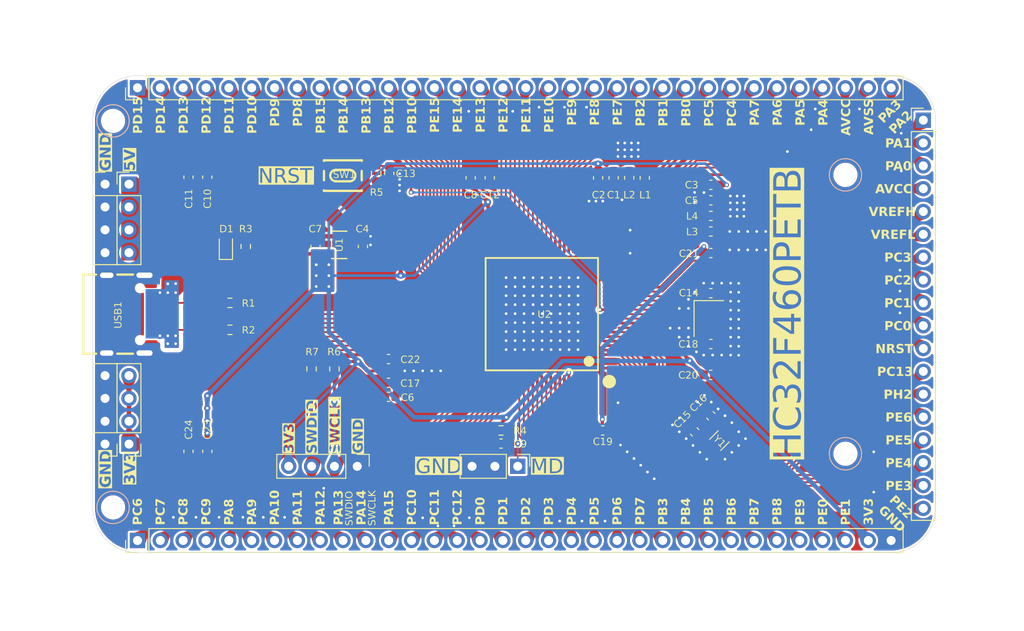
<source format=kicad_pcb>
(kicad_pcb (version 20240108) (generator "pcbnew") (generator_version "8.0")
  (title_block (title "UINIO-MCU-HC32F460PETB") (date "2024-08-20") (rev "Version 1.0.0") (company "UinIO.com 电子技术实验室"))
  (layers (0 "F.Cu" signal) (31 "B.Cu" signal) (34 "B.Paste" user) (35 "F.Paste" user) (36 "B.SilkS" user "B.Silkscreen") (37 "F.SilkS" user "F.Silkscreen") (38 "B.Mask" user) (39 "F.Mask" user) (44 "Edge.Cuts" user))
  (net 0 "")
  (net 1 "GND")
  (net 2 "VCC_5V")
  (net 3 "/PB11{slash}MD")
  (net 4 "Net-(U2-VCAP_1)")
  (net 5 "/NRST")
  (net 6 "Net-(U2-PC14{slash}XTAL32_OUT)")
  (net 7 "Net-(U2-PC15{slash}XTAL32_IN)")
  (net 8 "Net-(D1-A)")
  (net 9 "/PA12")
  (net 10 "/PB13")
  (net 11 "/PB8")
  (net 12 "/PC10")
  (net 13 "/PC9")
  (net 14 "/PC11")
  (net 15 "/PB4")
  (net 16 "/PA8")
  (net 17 "/PB3")
  (net 18 "/PB5")
  (net 19 "/PD2")
  (net 20 "/PC7")
  (net 21 "/PB9")
  (net 22 "/PB6")
  (net 23 "/PC6")
  (net 24 "/PA9")
  (net 25 "/PC12")
  (net 26 "/PB15")
  (net 27 "/PB14")
  (net 28 "/PA10")
  (net 29 "/PB7")
  (net 30 "/PC8")
  (net 31 "/PA11")
  (net 32 "/PA15")
  (net 33 "/PB12")
  (net 34 "/PA13{slash}JTMS_SWDIO")
  (net 35 "/PA14{slash}JTCK_SWCLK")
  (net 36 "/AVSS{slash}VREFL")
  (net 37 "/PB10")
  (net 38 "/PA0")
  (net 39 "/PC4")
  (net 40 "/PA7")
  (net 41 "/PB2")
  (net 42 "/PC2")
  (net 43 "/PA4")
  (net 44 "/PH2")
  (net 45 "/PC3")
  (net 46 "/PC1")
  (net 47 "/PA2")
  (net 48 "/PA5")
  (net 49 "/PA6")
  (net 50 "/PA1")
  (net 51 "/PA3")
  (net 52 "/PC13")
  (net 53 "/PC0")
  (net 54 "/PB1")
  (net 55 "/PB0")
  (net 56 "/PC5")
  (net 57 "Net-(USB1-CC1)")
  (net 58 "Net-(USB1-CC2)")
  (net 59 "Net-(U2-PH0{slash}XTAL_IN)")
  (net 60 "Net-(U2-PH1{slash}XTAL_OUT)")
  (net 64 "Net-(C14-Pad2)")
  (net 65 "Net-(C18-Pad2)")
  (net 70 "VCC_3.3V")
  (net 71 "/AVCC")
  (net 72 "/AVSS")
  (net 73 "Net-(U2-VCAP_2)")
  (net 74 "/PE3")
  (net 75 "/PE6")
  (net 76 "/VREFH")
  (net 77 "/PE5")
  (net 78 "/PE2")
  (net 79 "/PE4")
  (net 80 "/PD4")
  (net 81 "/PE0")
  (net 82 "/PD0")
  (net 83 "/PD5")
  (net 84 "/PD7")
  (net 85 "/PE1")
  (net 86 "/PD6")
  (net 87 "/PD3")
  (net 88 "/PD1")
  (net 89 "/PD11")
  (net 90 "/PE12")
  (net 91 "/PE9")
  (net 92 "/PE7")
  (net 93 "/PD15")
  (net 94 "/PE13")
  (net 95 "/PE8")
  (net 96 "/PD13")
  (net 97 "/PD10")
  (net 98 "/PD8")
  (net 99 "/PE14")
  (net 100 "/PD12")
  (net 101 "/PD14")
  (net 102 "/PE11")
  (net 103 "/PE15")
  (net 104 "/PE10")
  (net 105 "/PD9")
  (footprint "Inductor_SMD:L_0603_1608Metric" (layer "F.Cu") (at 173.29 91.89 180)
    (property "Reference" "L3")
    (property "Value" "1K 100MHz")
  )
  (footprint "Resistor_SMD:R_0603_1608Metric" (layer "F.Cu") (at 149.955 114.02 180)
    (property "Reference" "R4")
    (property "Value" "4.7K")
  )
  (footprint "Capacitor_SMD:C_0603_1608Metric" (layer "F.Cu") (at 160.75 85.9225 90)
    (property "Reference" "C2")
    (property "Value" "1uF")
  )
  (footprint "Uinio:SOT-23-5_L3.0-W1.7-P0.95-LS2.8-BL" (layer "F.Cu") (at 131.95 93.38 90)
    (property "Reference" "U1")
    (property "Value" "ME6211C33M5G")
  )
  (footprint "Capacitor_SMD:C_0603_1608Metric" (layer "F.Cu") (at 162.48 85.9225 90)
    (property "Reference" "C1")
    (property "Value" "0.1uF")
  )
  (footprint "Capacitor_SMD:C_0603_1608Metric" (layer "F.Cu") (at 137.44 108.72)
    (property "Reference" "C17")
    (property "Value" "0.1uF")
  )
  (footprint "Inductor_SMD:L_0603_1608Metric" (layer "F.Cu") (at 173.29 90.16 180)
    (property "Reference" "L4")
    (property "Value" "1K 100MHz")
  )
  (footprint "Capacitor_SMD:C_0603_1608Metric" (layer "F.Cu") (at 173.28 107.84 180)
    (property "Reference" "C20")
    (property "Value" "0.1uF")
  )
  (footprint "Connector_PinHeader_2.54mm:PinHeader_1x04_P2.54mm_Vertical" (layer "F.Cu") (at 133.96 118.01 -90)
    (property "Reference" "J7" (hide yes))
    (property "Value" "Conn_01x04_Pin")
  )
  (footprint "Uinio:Hole-2mm" (layer "F.Cu") (at 106.8 79.59)
    (property "Reference" "HOLE**" (hide yes))
    (property "Value" "Hole-2mm" (hide yes))
  )
  (footprint "Capacitor_SMD:C_0603_1608Metric" (layer "F.Cu") (at 134.59 93.5575 -90)
    (property "Reference" "C4")
    (property "Value" "1uF")
  )
  (footprint "Connector_PinHeader_2.54mm:PinHeader_1x03_P2.54mm_Vertical" (layer "F.Cu") (at 151.81 118.01 -90)
    (property "Reference" "J4" (hide yes))
    (property "Value" "Conn_01x03_Pin")
  )
  (footprint "Uinio:Hole-2mm" (layer "F.Cu") (at 106.8 122.58)
    (property "Reference" "HOLE**" (hide yes))
    (property "Value" "Hole-2mm" (hide yes))
  )
  (footprint "Connector_PinHeader_2.54mm:PinHeader_1x04_P2.54mm_Vertical" (layer "F.Cu") (at 108.57 115.54 180)
    (property "Reference" "J8" (hide yes))
    (property "Value" "Conn_01x04_Pin")
  )
  (footprint "Inductor_SMD:L_0603_1608Metric" (layer "F.Cu") (at 164.21 85.9225 -90)
    (property "Reference" "L2")
    (property "Value" "1K 100MHz")
  )
  (footprint "Resistor_SMD:R_0603_1608Metric" (layer "F.Cu") (at 136.064 85.425 -90)
    (property "Reference" "R5")
    (property "Value" "10K")
  )
  (footprint "Capacitor_SMD:C_0603_1608Metric" (layer "F.Cu") (at 149.955 115.48)
    (property "Reference" "C9")
    (property "Value" "0.1uF")
  )
  (footprint "Crystal:Crystal_SMD_3215-2Pin_3.2x1.5mm" (layer "F.Cu") (at 174.249485 115.147493 45)
    (property "Reference" "Y1")
    (property "Value" "32.768KHz")
  )
  (footprint "Capacitor_SMD:C_0603_1608Metric" (layer "F.Cu") (at 146.58 85.9225 -90)
    (property "Reference" "C8")
    (property "Value" "0.1uF")
  )
  (footprint "Connector_PinHeader_2.54mm:PinHeader_1x04_P2.54mm_Vertical" (layer "F.Cu") (at 108.57 86.63)
    (property "Reference" "J5" (hide yes))
    (property "Value" "Conn_01x04_Pin")
  )
  (footprint "Capacitor_SMD:C_0603_1608Metric" (layer "F.Cu") (at 115.19 116.345 90)
    (property "Reference" "C24")
    (property "Value" "1uF")
  )
  (footprint "Uinio:USB_Type_C_16Pin" (layer "F.Cu") (at 108.581 101.085 -90)
    (property "Reference" "USB1")
    (property "Value" "USB_Type_C_16Pin")
  )
  (footprint "Resistor_SMD:R_0603_1608Metric" (layer "F.Cu") (at 128.88 107.175 90)
    (property "Reference" "R7")
    (property "Value" "10K")
  )
  (footprint "Connector_PinHeader_2.54mm:PinHeader_1x04_P2.54mm_Vertical" (layer "F.Cu") (at 105.91 115.54 180)
    (property "Reference" "J9" (hide yes))
    (property "Value" "Conn_01x04_Pin")
  )
  (footprint "Capacitor_SMD:C_0603_1608Metric" (layer "F.Cu") (at 129.31 93.5575 -90)
    (property "Reference" "C7")
    (property "Value" "1uF")
  )
  (footprint "Capacitor_SMD:C_0603_1608Metric" (layer "F.Cu") (at 161.265 114.02 180)
    (property "Reference" "C19")
    (property "Value" "0.1uF")
  )
  (footprint "Resistor_SMD:R_0603_1608Metric" (layer "F.Cu") (at 131.42 107.175 -90)
    (property "Reference" "R6")
    (property "Value" "10K")
  )
  (footprint "Capacitor_SMD:C_0603_1608Metric" (layer "F.Cu") (at 173.29 94.29 180)
    (property "Reference" "C21")
    (property "Value" "0.1uF")
  )
  (footprint "Connector_PinHeader_2.54mm:PinHeader_1x34_P2.54mm_Vertical" (layer "F.Cu") (at 109.52 75.91 90)
    (property "Reference" "J3" (hide yes))
    (property "Value" "Conn_01x34_Pin")
  )
  (footprint "Capacitor_SMD:C_0603_1608Metric" (layer "F.Cu") (at 117.28 116.345 90)
    (property "Reference" "C23")
    (property "Value" "0.1uF")
  )
  (footprint "Connector_PinHeader_2.54mm:PinHeader_1x18_P2.54mm_Vertical" (layer "F.Cu") (at 196.92 79.51)
    (property "Reference" "J1" (hide yes))
    (property "Value" "Conn_01x18_Pin")
  )
  (footprint "Capacitor_SMD:C_0603_1608Metric" (layer "F.Cu") (at 148.7 85.9225 -90)
    (property "Reference" "C12")
    (property "Value" "0.1uF")
  )
  (footprint "Uinio:SW-SMD_4P-L4.2-W3.4-P2.15-LS4.7" (layer "F.Cu") (at 132.359 85.675)
    (property "Reference" "SW1")
    (property "Value" "NRST")
  )
  (footprint "Capacitor_SMD:C_0603_1608Metric" (layer "F.Cu") (at 115.19 85.85 -90)
    (property "Reference" "C11")
    (property "Value" "1uF")
  )
  (footprint "Capacitor_SMD:C_0603_1608Metric" (layer "F.Cu") (at 137.44 110.28)
    (property "Reference" "C6")
    (property "Value" "4.7uF")
  )
  (footprint "LED_SMD:LED_0603_1608Metric" (layer "F.Cu") (at 119.35 93.5175 90)
    (property "Reference" "D1")
    (property "Value" "LED-RED")
  )
  (footprint "Uinio:Hole-2mm" (layer "F.Cu") (at 188.26 85.59)
    (property "Reference" "HOLE**" (hide yes))
    (property "Value" "Hole-2mm" (hide yes))
  )
  (footprint "Resistor_SMD:R_0603_1608Metric" (layer "F.Cu") (at 119.805 99.83)
    (property "Reference" "R1")
    (property "Value" "5.1K")
  )
  (footprint "Capacitor_SMD:C_0603_1608Metric" (layer "F.Cu") (at 173.29 104.41 180)
    (property "Reference" "C18")
    (property "Value" "10pF")
  )
  (footprint "Inductor_SMD:L_0603_1608Metric" (layer "F.Cu") (at 165.94 85.9225 -90)
    (property "Reference" "L1")
    (property "Value" "1K 100MHz")
  )
  (footprint "Capacitor_SMD:C_0603_1608Metric" (layer "F.Cu") (at 173.29 98.75)
    (property "Reference" "C14")
    (property "Value" "10pF")
  )
  (footprint "Capacitor_SMD:C_0603_1608Metric" (layer "F.Cu") (at 137.524 85.425 90)
    (property "Reference" "C13")
    (property "Value" "0.1uF")
  )
  (footprint "Resistor_SMD:R_0603_1608Metric" (layer "F.Cu") (at 121.56 93.5575 -90)
    (property "Reference" "R3")
    (property "Value" "2K")
  )
  (footprint "Capacitor_SMD:C_0603_1608Metric" (layer "F.Cu") (at 173.29 86.7)
    (property "Reference" "C3")
    (property "Value" "1uF")
  )
  (footprint "Resistor_SMD:R_0603_1608Metric" (layer "F.Cu") (at 119.805 102.83)
    (property "Reference" "R2")
    (property "Value" "5.1K")
  )
  (footprint "Capacitor_SMD:C_0603_1608Metric" (layer "F.Cu") (at 117.28 85.85 -90)
    (property "Reference" "C10")
    (property "Value" "0.1uF")
  )
  (footprint "Connector_PinHeader_2.54mm:PinHeader_1x04_P2.54mm_Vertical" (layer "F.Cu") (at 105.91 86.63)
    (property "Reference" "J6" (hide yes))
    (property "Value" "Conn_01x04_Pin")
  )
  (footprint "Capacitor_SMD:C_0603_1608Metric" (layer "F.Cu") (at 173.29 88.43)
    (property "Reference" "C5")
    (property "Value" "0.1uF")
  )
  (footprint "Capacitor_SMD:C_0603_1608Metric" (layer "F.Cu") (at 173.286052 112.388008 -45)
    (property "Reference" "C16")
    (property "Value" "10pF")
  )
  (footprint "Capacitor_SMD:C_0603_1608Metric" (layer "F.Cu") (at 137.44 106.08)
    (property "Reference" "C22")
    (property "Value" "0.1uF")
  )
  (footprint "Uinio:LQFP-100_L14.0-W14.0-P0.50-LS16.0-BL" (layer "F.Cu") (at 154.49 101.085 90)
    (property "Reference" "U2")
    (property "Value" "HC32F460PETB-LQFP100")
  )
  (footprint "Capacitor_SMD:C_0603_1608Metric" (layer "F.Cu") (at 171.49 114.18406 -45)
    (property "Reference" "C15")
    (property "Value" "10pF")
  )
  (footprint "Connector_PinHeader_2.54mm:PinHeader_1x34_P2.54mm_Vertical" (layer "F.Cu") (at 109.52 126.26 90)
    (property "Reference" "J2" (hide yes))
    (property "Value" "Conn_01x34_Pin")
  )
  (footprint "Crystal:Crystal_SMD_3225-4Pin_3.2x2.5mm" (layer "F.Cu") (at 173.07 101.58 -90)
    (property "Reference" "Y2" (hide yes))
    (property "Value" "8MHz")
  )
  (footprint "Uinio:Hole-2mm" (layer "F.Cu") (at 188.26 116.61)
    (property "Reference" "HOLE**" (hide yes))
    (property "Value" "Hole-2mm" (hide yes))
  )
  (gr_line (start 109.55 74.55) (end 193.28 74.55) (stroke (width 0.05)) (layer "Edge.Cuts"))
  (gr_line (start 198.28 79.55) (end 198.28 122.62) (stroke (width 0.05)) (layer "Edge.Cuts"))
  (gr_line (start 104.55 122.62) (end 104.55 79.55) (stroke (width 0.05)) (layer "Edge.Cuts"))
  (gr_arc (start 109.55 127.62) (mid 106.014466 126.155534) (end 104.55 122.62) (stroke (width 0.05)) (layer "Edge.Cuts"))
  (gr_arc (start 104.55 79.55) (mid 106.014466 76.014466) (end 109.55 74.55) (stroke (width 0.05)) (layer "Edge.Cuts"))
  (gr_arc (start 198.28 122.62) (mid 196.815534 126.155534) (end 193.28 127.62) (stroke (width 0.05)) (layer "Edge.Cuts"))
  (gr_line (start 193.28 127.62) (end 109.55 127.62) (stroke (width 0.05)) (layer "Edge.Cuts"))
  (gr_arc (start 193.28 74.55) (mid 196.815534 76.014466) (end 198.28 79.55) (stroke (width 0.05)) (layer "Edge.Cuts"))
  (gr_text "PD5" (at 160.98212 124.57 90) (layer "F.SilkS") (effects (font (size 1 1) (thickness 0.2) (bold yes)) (justify left bottom)))
  (gr_text "GND" (at 191.75 123.07 -45) (layer "F.SilkS") (effects (font (size 1 1) (thickness 0.2) (bold yes)) (justify left bottom)))
  (gr_text "PA0" (at 192.667759 85.261176 0) (layer "F.SilkS") (effects (font (size 1 1) (thickness 0.2) (bold yes)) (justify left bottom)))
  (gr_text "PE6" (at 192.7 113.207644 0) (layer "F.SilkS") (effects (font (size 1 1) (thickness 0.2) (bold yes)) (justify left bottom)))
  (gr_text "PA6" (at 181.336968 80.143657 90) (layer "F.SilkS") (effects (font (size 1 1) (thickness 0.2) (bold yes)) (justify left bottom)))
  (gr_text "PA1" (at 192.667759 82.720588 0) (layer "F.SilkS") (effects (font (size 1 1) (thickness 0.2) (bold yes)) (justify left bottom)))
  (gr_text "PA14" (at 135.05 124.57 90) (layer "F.SilkS") (effects (font (size 1 1) (thickness 0.2) (bold yes)) (justify left bottom)))
  (gr_text "PE10" (at 155.930908 80.914487 90) (layer "F.SilkS") (effects (font (size 1 1) (thickness 0.2) (bold yes)) (justify left bottom)))
  (gr_text "AVCC" (at 188.958786 81.244703 90) (layer "F.SilkS") (effects (font (size 1 1) (thickness 0.2) (bold yes)) (justify left bottom)))
  (gr_text "PE1" (at 188.928786 124.57 90) (layer "F.SilkS") (effects (font (size 1 1) (thickness 0.2) (bold yes)) (justify left bottom)))
  (gr_text "PB7" (at 178.766362 124.57 90) (layer "F.SilkS") (effects (font (size 1 1) (thickness 0.2) (bold yes)) (justify left bottom)))
  (gr_text "3V3" (at 191.469392 124.57 90) (layer "F.SilkS") (effects (font (size 1 1) (thickness 0.2) (bold yes)) (justify left bottom)))
  (gr_text "PD8" (at 127.984242 80.233538 90) (layer "F.SilkS") (effects (font (size 1 1) (thickness 0.2) (bold yes)) (justify left bottom)))
  (gr_text "PD11" (at 120.362424 81.036608 90) (layer "F.SilkS") (effects (font (size 1 1) (thickness 0.2) (bold yes)) (justify left bottom)))
  (gr_text "PC5" (at 173.71515 80.2394 90) (layer "F.SilkS") (effects (font (size 1 1) (thickness 0.2) (bold yes)) (justify left bottom)))
  (gr_text "SWCLK" (at 136.11 124.638485 90) (layer "F.SilkS") (effects (font (size 0.8 0.8) (thickness 0.1)) (justify left bottom)))
  (gr_text "AVCC" (at 191.566713 87.801764 0) (layer "F.SilkS") (effects (font (size 1 1) (thickness 0.2) (bold yes)) (justify left bottom)))
  (gr_text "PA11" (at 127.954242 124.57 90) (layer "F.SilkS") (effects (font (size 1 1) (thickness 0.2) (bold yes)) (justify left bottom)))
  (gr_text "GND" (at 106.74 120.41 90) (layer "F.SilkS" knockout) (effects (font (size 1.2 1.2) (thickness 0.2) (bold yes)) (justify left bottom)))
  (gr_text "PB10" (at 140.687272 81.02 90) (layer "F.SilkS") (effects (font (size 1 1) (thickness 0.2) (bold yes)) (justify left bottom)))
  (gr_text "PC6" (at 110.17 124.57 90) (layer "F.SilkS") (effects (font (size 1 1) (thickness 0.2) (bold yes)) (justify left bottom)))
  (gr_text "PC2" (at 192.572016 97.964116 0) (layer "F.SilkS") (effects (font (size 1 1) (thickness 0.2) (bold yes)) (justify left bottom)))
  (gr_text "PB15" (at 130.524848 81.02 90) (layer "F.SilkS") (effects (font (size 1 1) (thickness 0.2) (bold yes)) (justify left bottom)))
  (gr_text "PD10" (at 122.90303 81.036608 90) (layer "F.SilkS") (effects (font (size 1 1) (thickness 0.2) (bold yes)) (justify left bottom)))
  (gr_text "3V3" (at 127.07 116.55 90) (layer "F.SilkS" knockout) (effects (font (size 1.1 1.1) (thickness 0.2) (bold yes)) (justify left bottom)))
  (gr_text "PE8" (at 161.01212 80.111416 90) (layer "F.SilkS") (effects (font (size 1 1) (thickness 0.2) (bold yes)) (justify left bottom)))
  (gr_text "PD15" (at 110.2 81.036608 90) (layer "F.SilkS") (effects (font (size 1 1) (thickness 0.2) (bold yes)) (justify left bottom)))
  (gr_text "PE7" (at 163.552726 80.111416 90) (layer "F.SilkS") (effects (font (size 1 1) (thickness 0.2) (bold yes)) (justify left bottom)))
  (gr_text "PB12" (at 138.146666 81.02 90) (layer "F.SilkS") (effects (font (size 1 1) (thickness 0.2) (bold yes)) (justify left bottom)))
  (gr_text "PB0" (at 171.174544 80.216929 90) (layer "F.SilkS") (effects (font (size 1 1) (thickness 0.2) (bold yes)) (justify left bottom)))
  (gr_text "PD13" (at 115.281212 81.036608 90) (layer "F.SilkS") (effects (font (size 1 1) (thickness 0.2) (bold yes)) (justify left bottom)))
  (gr_text "PC7" (at 112.710606 124.57 90) (layer "F.SilkS") (effects (font (size 1 1) (thickness 0.2) (bold yes)) (justify left bottom)))
  (gr_text "PD3" (at 155.900908 124.57 90) (layer "F.SilkS") (effects (font (size 1 1) (thickness 0.2) (bold yes)) (justify left bottom)))
  (gr_text "PE5" (at 192.7 115.748232 0) (layer "F.SilkS") (effects (font (size 1 1) (thickness 0.2) (bold yes)) (justify left bottom)))
  (gr_text "PA13" (at 132.51 124.57 90) (layer "F.SilkS") (effects (font (size 1 1) (thickness 0.2) (bold yes)) (justify left bottom)))
  (gr_text "SWDIO" (at 133.570606 124.638485 90) (layer "F.SilkS") (effects (font (size 0.8 0.8) (thickness 0.1)) (justify left bottom)))
  (gr_text "GND" (at 106.74 85.19 90) (layer "F.SilkS" knockout) (effects (font (size 1.2 1.2) (thickness 0.2) (bold yes)) (justify left bottom)))
  (gr_text "PB4" (at 171.144544 124.57 90) (layer "F.SilkS") (effects (font (size 1 1) (thickness 0.2) (bold yes)) (justify left bottom)))
  (gr_text "PE9" (at 183.847574 124.57 90) (layer "F.SilkS") (effects (font (size 1 1) (thickness 0.2) (bold yes)) (justify left bottom)))
  (gr_text "VREFL" (at 191.072365 92.88294 0) (layer "F.SilkS") (effects (font (size 1 1) (thickness 0.2) (bold yes)) (justify left bottom)))
  (gr_text "SWDIO" (at 129.633333 116.61 90) (layer "F.SilkS" knockout) (effects (font (size 1.1 1.1) (thickness 0.2) (bold yes)) (justify left bottom)))
  (gr_text "PA10" (at 125.413636 124.57 90) (layer "F.SilkS") (effects (font (size 1 1) (thickness 0.2) (bold yes)) (justify left bottom)))
  (gr_text "VREFH" (at 190.8418 90.342352 0) (layer "F.SilkS") (effects (font (size 1 1) (thickness 0.2) (bold yes)) (justify left bottom)))
  (gr_text "PB3" (at 168.603938 124.57 90) (layer "F.SilkS") (effects (font (size 1 1) (thickness 0.2) (bold yes)) (justify left bottom)))
  (gr_text "PC3" (at 192.572016 95.423528 0) (layer "F.SilkS") (effects (font (size 1 1) (thickness 0.2) (bold yes)) (justify left bottom)))
  (gr_text "PB6" (at 176.225756 124.57 90) (layer "F.SilkS") (effects (font (size 1 1) (thickness 0.2) (bold yes)) (justify left bottom)))
  (gr_text "PE11" (at 153.390302 80.914487 90) (layer "F.SilkS") (effects (font (size 1 1) (thickness 0.2) (bold yes)) (justify left bottom)))
  (gr_text "PD14" (at 112.740606 81.036608 90) (layer "F.SilkS") (effects (font (size 1 1) (thickness 0.2) (bold yes)) (justify left bottom)))
  (gr_text "PC11" (at 143.197878 124.57 90) (layer "F.SilkS") (effects (font (size 1 1) (thickness 0.2) (bold yes)) (justify left bottom)))
  (gr_text "PA15" (at 138.116666 124.57 90) (layer "F.SilkS") (effects (font (size 1 1) (thickness 0.2) (bold yes)) (justify left bottom)))
  (gr_text "PD1" (at 150.819696 124.57 90) (layer "F.SilkS") (effects (font (size 1 1) (thickness 0.2) (bold yes)) (justify left bottom)))
  (gr_text "HC32F460PETB" (at 183.79 101.085001 90) (layer "F.SilkS" knockout) (effects (font (size 3 3) (thickness 0.3125)) (justify bottom)))
  (gr_text "PE3" (at 192.7 120.829408 0) (layer "F.SilkS") (effects (font (size 1 1) (thickness 0.2) (bold yes)) (justify left bottom)))
  (gr_text "5V" (at 109.44 85.19 90) (layer "F.SilkS" knockout) (effects (font (size 1.2 1.2) (thickness 0.2) (bold yes)) (justify left bottom)))
  (gr_text "PE15" (at 143.227878 80.914487 90) (layer "F.SilkS") (effects (font (size 1 1) (thickness 0.2) (bold yes)) (justify left bottom)))
  (gr_text "PE14" (at 145.768484 80.914487 90) (layer "F.SilkS") (effects (font (size 1 1) (thickness 0.2) (bold yes)) (justify left bottom)))
  (gr_text "PA2" (at 193.8 81.24 45) (layer "F.SilkS") (effects (font (size 1 1) (thickness 0.2) (bold yes)) (justify left bottom)))
  (gr_text "NRST" (at 122.95 86.75 0) (layer "F.SilkS" knockout) (effects (font (size 1.6 1.6) (thickness 0.25)) (justify left bottom)))
  (gr_text "PE4" (at 192.7 118.28882 0) (layer "F.SilkS") (effects (font (size 1 1) (thickness 0.2) (bold yes)) (justify left bottom)))
  (gr_text "PE0" (at 186.38818 124.57 90) (layer "F.SilkS") (effects (font (size 1 1) (thickness 0.2) (bold yes)) (justify left bottom)))
  (gr_text "PC4" (at 176.255756 80.2394 90) (layer "F.SilkS") (effects (font (size 1 1) (thickness 0.2) (bold yes)) (justify left bottom)))
  (gr_text "PE13" (at 148.30909 80.914487 90) (layer "F.SilkS") (effects (font (size 1 1) (thickness 0.2) (bold yes)) (justify left bottom)))
  (gr_text "PC1" (at 192.572016 100.504704 0) (layer "F.SilkS") (effects (font (size 1 1) (thickness 0.2) (bold yes)) (justify left bottom)))
  (gr_text "PH2" (at 192.498743 110.667056 0) (layer "F.SilkS") (effects (font (size 1 1) (thickness 0.2) (bold yes)) (justify left bottom)))
  (gr_text "NRST" (at 191.586252 105.58588 0) (layer "F.SilkS") (effects (font (size 1 1) (thickness 0.2) (bold yes)) (justify left bottom)))
  (gr_text "PE2" (at 192.95 121.93 -45) (layer "F.SilkS") (effects (font (size 1 1) (thickness 0.2) (bold yes)) (justify left bottom)))
  (gr_text "PA7" (at 178.796362 80.143657 90) (layer "F.SilkS") (effects (font (size 1 1) (thickness 0.2) (bold yes)) (justify left bottom)))
  (gr_text "PD6" (at 163.522726 124.57 90) (layer "F.SilkS") (effects (font (size 1 1) (thickness 0.2) (bold yes)) (justify left bottom)))
  (gr_text "PC13" (at 191.768946 108.126468 0) (layer "F.SilkS") (effects (font (size 1 1) (thickness 0.2) (bold yes)) (justify left bottom)))
  (gr_text "AVSS" (at 191.499392 81.144075 90) (layer "F.SilkS") (effects (font (size 1 1) (thickness 0.2) (bold yes)) (justify left bottom)))
  (gr_text "PB5" (at 173.68515 124.57 90) (layer "F.SilkS") (effects (font (size 1 1) (thickness 0.2) (bold yes)) (justify left bottom)))
  (gr_text "PD7" (at 166.063332 124.57 90) (layer "F.SilkS") (effects (font (size 1 1) (thickness 0.2) (bold yes)) (justify left bottom)))
  (gr_text "PA3" (at 192.6 80.03 45) (layer "F.SilkS") (effects (font (size 1 1) (thickness 0.2) (bold yes)) (justify left bottom)))
  (gr_text "GND" (at 134.76 116.58 90) (layer "F.SilkS" knockout) (effects (font (size 1.1 1.1) (thickness 0.2) (bold yes)) (justify left bottom)))
  (gr_text "PB14" (at 133.065454 81.02 90) (layer "F.SilkS") (effects (font (size 1 1) (thickness 0.2) (bold yes)) (justify left bottom)))
  (gr_text "PD12" (at 117.821818 81.036608 90) (layer "F.SilkS") (effects (font (size 1 1) (thickness 0.2) (bold yes)) (justify left bottom)))
  (gr_text "PD9" (at 125.443636 80.233538 90) (layer "F.SilkS") (effects (font (size 1 1) (thickness 0.2) (bold yes)) (justify left bottom)))
  (gr_text "MD" (at 153.24 119.04 0) (layer "F.SilkS" knockout) (effects (font (size 1.6 1.6) (thickness 0.25)) (justify left bottom)))
  (gr_text "PE12" (at 150.849696 80.914487 90) (layer "F.SilkS") (effects (font (size 1 1) (thickness 0.2) (bold yes)) (justify left bottom)))
  (gr_text "PD4" (at 158.441514 124.57 90) (layer "F.SilkS") (effects (font (size 1 1) (thickness 0.2) (bold yes)) (justify left bottom)))
  (gr_text "PA4" (at 186.41818 80.143657 90) (layer "F.SilkS") (effects (font (size 1 1) (thickness 0.2) (bold yes)) (justify left bottom)))
  (gr_text "PB8" (at 181.306968 124.57 90) (layer "F.SilkS") (effects (font (size 1 1) (thickness 0.2) (bold yes)) (justify left bottom)))
  (gr_text "PC0" (at 192.572016 103.045292 0) (layer "F.SilkS") (effects (font (size 1 1) (thickness 0.2) (bold yes)) (justify left bottom)))
  (gr_text "PA8" (at 120.332424 124.57 90) (layer "F.SilkS") (effects (font (size 1 1) (thickness 0.2) (bold yes)) (justify left bottom)))
  (gr_text "SWCLK\n" (at 132.196666 116.55 90) (layer "F.SilkS" knockout) (effects (font (size 1.1 1.1) (thickness 0.2) (bold yes)) (justify left bottom)))
  (gr_text "PB13" (at 135.60606 81.02 90) (layer "F.SilkS") (effects (font (size 1 1) (thickness 0.2) (bold yes)) (justify left bottom)))
  (gr_text "PB1" (at 168.633938 80.216929 90) (layer "F.SilkS") (effects (font (size 1 1) (thickness 0.2) (bold yes)) (justify left bottom)))
  (gr_text "PC10" (at 140.657272 124.57 90) (layer "F.SilkS") (effects (font (size 1 1) (thickness 0.2) (bold yes)) (justify left bottom)))
  (gr_text "PD2" (at 153.360302 124.57 90) (layer "F.SilkS") (effects (font (size 1 1) (thickness 0.2) (bold yes)) (justify left bottom)))
  (gr_text "PB2" (at 166.093332 80.216929 90) (layer "F.SilkS") (effects (font (size 1 1) (thickness 0.2) (bold yes)) (justify left bottom)))
  (gr_text "PA9" (at 122.87303 124.57 90) (layer "F.SilkS") (effects (font (size 1 1) (thickness 0.2) (bold yes)) (justify left bottom)))
  (gr_text "3V3" (at 109.44 120.014912 90) (layer "F.SilkS" knockout) (effects (font (size 1.2 1.2) (thickness 0.2) (bold yes)) (justify left bottom)))
  (gr_text "PC12" (at 145.738484 124.57 90) (layer "F.SilkS") (effects (font (size 1 1) (thickness 0.2) (bold yes)) (justify left bottom)))
  (gr_text "PA12" (at 130.494848 124.57 90) (layer "F.SilkS") (effects (font (size 1 1) (thickness 0.2) (bold yes)) (justify left bottom)))
  (gr_text "PE9" (at 158.471514 80.111416 90) (layer "F.SilkS") (effects (font (size 1 1) (thickness 0.2) (bold yes)) (justify left bottom)))
  (gr_text "PD0" (at 148.27909 124.57 90) (layer "F.SilkS") (effects (font (size 1 1) (thickness 0.2) (bold yes)) (justify left bottom)))
  (gr_text "PC8" (at 115.251212 124.57 90) (layer "F.SilkS") (effects (font (size 1 1) (thickness 0.2) (bold yes)) (justify left bottom)))
  (gr_text "PC9" (at 117.791818 124.57 90) (layer "F.SilkS") (effects (font (size 1 1) (thickness 0.2) (bold yes)) (justify left bottom)))
  (gr_text "PA5" (at 183.877574 80.143657 90) (layer "F.SilkS") (effects (font (size 1 1) (thickness 0.2) (bold yes)) (justify left bottom)))
  (gr_text "GND" (at 140.44 119.04 0) (layer "F.SilkS" knockout) (effects (font (size 1.6 1.6) (thickness 0.25)) (justify left bottom)))
  (segment (start 172.52 87.56) (end 172.52 86.705) (width 0.5) (layer "F.Cu") (net 1))
  (segment (start 143.24 107.39) (end 144.045 106.585) (width 0.3) (layer "F.Cu") (net 1))
  (segment (start 172.52 87.56) (end 172.52 88.425) (width 0.5) (layer "F.Cu") (net 1))
  (segment (start 144.045 106.585) (end 146.94 106.585) (width 0.3) (layer "F.Cu") (net 1))
  (via (at 156.52 97.03) (size 0.7) (drill 0.3) (layers "F.Cu" "B.Cu") (net 1))
  (via (at 142.24 107.39) (size 0.5) (drill 0.3) (layers "F.Cu" "B.Cu") (net 1))
  (via (at 174.862 117.216) (size 0.5) (drill 0.3) (layers "F.Cu" "B.Cu") (net 1))
  (via (at 160.503 88.514) (size 0.5) (drill 0.3) (layers "F.Cu" "B.Cu") (net 1))
  (via (at 176.39 91.89) (size 0.5) (drill 0.3) (layers "F.Cu" "B.Cu") (net 1))
  (via (at 163.24 115.64) (size 0.5) (drill 0.3) (layers "F.Cu" "B.Cu") (net 1))
  (via (at 155.52 99.03) (size 0.7) (drill 0.3) (layers "F.Cu" "B.Cu") (net 1))
  (via (at 163.99 116.39) (size 0.5) (drill 0.3) (layers "F.Cu" "B.Cu") (net 1))
  (via (at 154.52 97.03) (size 0.7) (drill 0.3) (layers "F.Cu" "B.Cu") (net 1))
  (via (at 139.24 107.39) (size 0.5) (drill 0.3) (layers "F.Cu" "B.Cu") (net 1))
  (via (at 174.49 97.64) (size 0.5) (drill 0.3) (layers "F.Cu" "B.Cu") (net 1))
  (via (at 156.52 98.03) (size 0.7) (drill 0.3) (layers "F.Cu" "B.Cu") (net 1))
  (via (at 177.39 93.94) (size 0.5) (drill 0.3) (layers "F.Cu" "B.Cu") (net 1))
  (via (at 171.687 105.278) (size 0.5) (drill 0.3) (layers "F.Cu" "B.Cu") (net 1))
  (via (at 175.46 89.45) (size 0.5) (drill 0.3) (layers "F.Cu" "B.Cu") (net 1))
  (via (at 170.798 99.436) (size 0.5) (drill 0.3) (layers "F.Cu" "B.Cu") (net 1))
  (via (at 171.49 98.64) (size 0.5) (drill 0.3) (layers "F.Cu" "B.Cu") (net 1))
  (via (at 156.52 102.03) (size 0.7) (drill 0.3) (layers "F.Cu" "B.Cu") (net 1))
  (via (at 159.46 78.07) (size 0.5) (drill 0.3) (layers "F.Cu" "B.Cu") (net 1))
  (via (at 153.52 104.03) (size 0.7) (drill 0.3) (layers "F.Cu" "B.Cu") (net 1))
  (via (at 135.44 92.43) (size 0.7) (drill 0.3) (layers "F.Cu" "B.Cu") (net 1))
  (via (at 152.52 98.03) (size 0.7) (drill 0.3) (layers "F.Cu" "B.Cu") (net 1))
  (via (at 151.52 99.03) (size 0.7) (drill 0.3) (layers "F.Cu" "B.Cu") (net 1))
  (via (at 152.52 97.03) (size 0.7) (drill 0.3) (layers "F.Cu" "B.Cu") (net 1))
  (via (at 152.52 100.03) (size 0.7) (drill 0.3) (layers "F.Cu" "B.Cu") (net 1))
  (via (at 154.52 104.03) (size 0.7) (drill 0.3) (layers "F.Cu" "B.Cu") (net 1))
  (via (at 170.798 100.452) (size 0.5) (drill 0.3) (layers "F.Cu" "B.Cu") (net 1))
  (via (at 157.01 78.07) (size 0.5) (drill 0.3) (layers "F.Cu" "B.Cu") (net 1))
  (via (at 163.71 83.55) (size 0.5) (drill 0.3) (layers "F.Cu" "B.Cu") (net 1))
  (via (at 155.52 97.03) (size 0.7) (drill 0.3) (layers "F.Cu" "B.Cu") (net 1))
  (via (at 194.47 80.97) (size 0.5) (drill 0.3) (layers "F.Cu" "B.Cu") (net 1))
  (via (at 156.47 124.1) (size 0.5) (drill 0.3) (layers "F.Cu" "B.Cu") (net 1))
  (via (at 135.44 93.38) (size 0.7) (drill 0.3) (layers "F.Cu" "B.Cu") (net 1))
  (via (at 171.814 110.866) (size 0.5) (drill 0.3) (layers "F.Cu" "B.Cu") (net 1))
  (via (at 164.46 82.05) (size 0.5) (drill 0.3) (layers "F.Cu" "B.Cu") (net 1))
  (via (at 163.71 82.05) (size 0.5) (drill 0.3) (layers "F.Cu" "B.Cu") (net 1))
  (via (at 165.49 117.89) (size 0.5) (drill 0.3) (layers "F.Cu" "B.Cu") (net 1))
  (via (at 181.8 83) (size 0.5) (drill 0.3) (layers "F.Cu" "B.Cu") (net 1))
  (via (at 138.667 85.466) (size 0.5) (drill 0.3) (layers "F.Cu" "B.Cu") (net 1))
  (via (at 179.39 91.89) (size 0.5) (drill 0.3) (layers "F.Cu" "B.Cu") (net 1))
  (via (at 165.21 82.8) (size 0.5) (drill 0.3) (layers "F.Cu" "B.Cu") (net 1))
  (via (at 172.83 117.216) (size 0.5) (drill 0.3) (layers "F.Cu" "B.Cu") (net 1))
  (via (at 177.39 91.89) (size 0.5) (drill 0.3) (layers "F.Cu" "B.Cu") (net 1))
  (via (at 152.52 103.03) (size 0.7) (drill 0.3) (layers "F.Cu" "B.Cu") (net 1))
  (via (at 170.544 114.93) (size 0.5) (drill 0.3) (layers "F.Cu" "B.Cu") (net 1))
  (via (at 164.74 117.14) (size 0.5) (drill 0.3) (layers "F.Cu" "B.Cu") (net 1))
  (via (at 162.96 82.05) (size 0.5) (drill 0.3) (layers "F.Cu" "B.Cu") (net 1))
  (via (at 153.52 97.03) (size 0.7) (drill 0.3) (layers "F.Cu" "B.Cu") (net 1))
  (via (at 158.52 100.03) (size 0.7) (drill 0.3) (layers "F.Cu" "B.Cu") (net 1))
  (via (at 179.39 93.94) (size 0.5) (drill 0.3) (layers "F.Cu" "B.Cu") (net 1))
  (via (at 151.52 102.03) (size 0.7) (drill 0.3) (layers "F.Cu" "B.Cu") (net 1))
  (via (at 116.02 123.68) (size 0.5) (drill 0.3) (layers "F.Cu" "B.Cu") (net 1))
  (via (at 175.49 104.64) (size 0.5) (drill 0.3) (layers "F.Cu" "B.Cu") (net 1))
  (via (at 176.386 97.658) (size 0.5) (drill 0.3) (layers "F.Cu" "B.Cu") (net 1))
  (via (at 158.52 99.03) (size 0.7) (drill 0.3) (layers "F.Cu" "B.Cu") (net 1))
  (via (at 125.88 123.68) (size 0.5) (drill 0.3) (layers "F.Cu" "B.Cu") (net 1))
  (via (at 130.23 120.45) (size 0.5) (drill 0.3) (layers "F.Cu" "B.Cu") (net 1))
  (via (at 184.45 80.57) (size 0.5) (drill 0.3) (layers "F.Cu" "B.Cu") (net 1))
  (via (at 158.52 104.03) (size 0.7) (drill 0.3) (layers "F.Cu" "B.Cu") (net 1))
  (via (at 165.21 82.05) (size 0.5) (drill 0.3) (layers "F.Cu" "B.Cu") (net 1))
  (via (at 175.49 102.64) (size 0.5) (drill 0.3) (layers "F.Cu" "B.Cu") (net 1))
  (via (at 152.52 101.03) (size 0.7) (drill 0.3) (layers "F.Cu" "B.Cu") (net 1))
  (via (at 156.52 100.03) (size 0.7) (drill 0.3) (layers "F.Cu" "B.Cu") (net 1))
  (via (at 150.52 99.03) (size 0.7) (drill 0.3) (layers "F.Cu" "B.Cu") (net 1))
  (via (at 150.52 103.03) (size 0.7) (drill 0.3) (layers "F.Cu" "B.Cu") (net 1))
  (via (at 152.52 102.03) (size 0.7) (drill 0.3) (layers "F.Cu" "B.Cu") (net 1))
  (via (at 164.46 82.8) (size 0.5) (drill 0.3) (layers "F.Cu" "B.Cu") (net 1))
  (via (at 118.59 123.68) (size 0.5) (drill 0.3) (layers "F.Cu" "B.Cu") (net 1))
  (via (at 153.52 101.03) (size 0.7) (drill 0.3) (layers "F.Cu" "B.Cu") (net 1))
  (via (at 154.52 102.03) (size 0.7) (drill 0.3) (layers "F.Cu" "B.Cu") (net 1))
  (via (at 154.52 103.03) (size 0.7) (drill 0.3) (layers "F.Cu" "B.Cu") (net 1))
  (via (at 172.576 110.104) (size 0.5) (drill 0.3) (layers "F.Cu" "B.Cu") (net 1))
  (via (at 155.52 102.03) (size 0.7) (drill 0.3) (layers "F.Cu" "B.Cu") (net 1))
  (via (at 176.386 102.658) (size 0.5) (drill 0.3) (layers "F.Cu" "B.Cu") (net 1))
  (via (at 158.52 101.03) (size 0.7) (drill 0.3) (layers "F.Cu" "B.Cu") (net 1))
  (via (at 153.52 103.03) (size 0.7) (drill 0.3) (layers "F.Cu" "B.Cu") (net 1))
  (via (at 146.36 78.52) (size 0.5) (drill 0.3) (layers "F.Cu" "B.Cu") (net 1))
  (via (at 121.24 123.68) (size 0.5) (drill 0.3) (layers "F.Cu" "B.Cu") (net 1))
  (via (at 158.52 98.03) (size 0.7) (drill 0.3) (layers "F.Cu" "B.Cu") (net 1))
  (via (at 155.52 103.03) (size 0.7) (drill 0.3) (layers "F.Cu" "B.Cu") (net 1))
  (via (at 175.39 91.89) (size 0.5) (drill 0.3) (layers "F.Cu" "B.Cu") (net 1))
  (via (at 169.782 114.168) (size 0.5) (drill 0.3) (layers "F.Cu" "B.Cu") (net 1))
  (via (at 150.52 101.03) (size 0.7) (drill 0.3) (layers "F.Cu" "B.Cu") (net 1))
  (via (at 169.782 112.644) (size 0.5) (drill 0.3) (layers "F.Cu" "B.Cu") (net 1))
  (via (at 155.52 100.03) (size 0.7) (drill 0.3) (layers "F.Cu" "B.Cu") (net 1))
  (via (at 151.52 105.03) (size 0.7) (drill 0.3) (layers "F.Cu" "B.Cu") (net 1))
  (via (at 164.46 83.55) (size 0.5) (drill 0.3) (layers "F.Cu" "B.Cu") (net 1))
  (via (at 175.49 103.64) (size 0.5) (drill 0.3) (layers "F.Cu" "B.Cu") (net 1))
  (via (at 157.52 101.03) (size 0.7) (drill 0.3) (layers "F.Cu" "B.Cu") (net 1))
  (via (at 146.43 123.73) (size 0.5) (drill 0.3) (layers "F.Cu" "B.Cu") (net 1))
  (via (at 175.49 98.64) (size 0.5) (drill 0.3) (layers "F.Cu" "B.Cu") (net 1))
  (via (at 176.386 101.658) (size 0.5) (drill 0.3) (layers "F.Cu" "B.Cu") (net 1))
  (via (at 173.338 110.866) (size 0.5) (drill 0.3) (layers "F.Cu" "B.Cu") (net 1))
  (via (at 189.82 78.263137) (size 0.5) (drill 0.3) (layers "F.Cu" "B.Cu") (net 1))
  (via (at 154.18 78.07) (size 0.5) (drill 0.3) (layers "F.Cu" "B.Cu") (net 1))
  (via (at 157.52 103.03) (size 0.7) (drill 0.3) (layers "F.Cu" "B.Cu") (net 1))
  (via (at 154.52 98.03) (size 0.7) (drill 0.3) (layers "F.Cu" "B.Cu") (net 1))
  (via (at 176.21 87.95) (size 0.5) (drill 0.3) (layers "F.Cu" "B.Cu") (net 1))
  (via (at 175.624 116.454) (size 0.5) (drill 0.3) (layers "F.Cu" "B.Cu") (net 1))
  (via (at 123.51 123.68) (size 0.5) (drill 0.3) (layers "F.Cu" "B.Cu") (net 1))
  (via (at 174.49 105.64) (size 0.5) (drill 0.3) (layers "F.Cu" "B.Cu") (net 1))
  (via (at 175.39 93.94) (size 0.5) (drill 0.3) (layers "F.Cu" "B.Cu") (net 1))
  (via (at 177.148 114.93) (size 0.5) (drill 0.3) (layers "F.Cu" "B.Cu") (net 1))
  (via (at 153.52 99.03) (size 0.7) (drill 0.3) (layers "F.Cu" "B.Cu") (net 1))
  (via (at 175.49 100.64) (size 0.5) (drill 0.3) (layers "F.Cu" "B.Cu") (net 1))
  (via (at 151.52 103.03) (size 0.7) (drill 0.3) (layers "F.Cu" "B.Cu") (net 1))
  (via (at 143.24 107.39) (size 0.5) (drill 0.3) (layers "F.Cu" "B.Cu") (net 1))
  (via (at 155.52 105.03) (size 0.7) (drill 0.3) (layers "F.Cu" "B.Cu") (net 1))
  (via (at 178.39 91.89) (size 0.5) (drill 0.3) (layers "F.Cu" "B.Cu") (net 1))
  (via (at 157.52 98.03) (size 0.7) (drill 0.3) (layers "F.Cu" "B.Cu") (net 1))
  (via (at 151.52 104.03) (size 0.7) (drill 0.3) (layers "F.Cu" "B.Cu") (net 1))
  (via (at 194.32 98.52) (size 0.5) (drill 0.3) (layers "F.Cu" "B.Cu") (net 1))
  (via (at 164.315 94.315) (size 0.5) (drill 0.3) (layers "F.Cu" "B.Cu") (net 1))
  (via (at 176.386 105.658) (size 0.5) (drill 0.3) (layers "F.Cu" "B.Cu") (net 1))
  (via (at 191.41 116.4) (size 0.5) (drill 0.3) (layers "F.Cu" "B.Cu") (net 1))
  (via (at 157.52 102.03) (size 0.7) (drill 0.3) (layers "F.Cu" "B.Cu") (net 1))
  (via (at 155.52 104.03) (size 0.7) (drill 0.3) (layers "F.Cu" "B.Cu") (net 1))
  (via (at 151.52 101.03) (size 0.7) (drill 0.3) (layers "F.Cu" "B.Cu") (net 1))
  (via (at 150.52 98.03) (size 0.7) (drill 0.3) (layers "F.Cu" "B.Cu") (net 1))
  (via (at 156.52 103.03) (size 0.7) (drill 0.3) (layers "F.Cu" "B.Cu") (net 1))
  (via (at 176.386 99.658) (size 0.5) (drill 0.3) (layers "F.Cu" "B.Cu") (net 1))
  (via (at 157.52 100.03) (size 0.7) (drill 0.3) (layers "F.Cu" "B.Cu") (net 1))
  (via (at 163.4 88.37) (size 0.5) (drill 0.3) (layers "F.Cu" "B.Cu") (net 1))
  (via (at 158.52 102.03) (size 0.7) (drill 0.3) (layers "F.Cu" "B.Cu") (net 1))
  (via (at 166.99 119.39) (size 0.5) (drill 0.3) (layers "F.Cu" "B.Cu") (net 1))
  (via (at 113.51 123.68) (size 0.5) (drill 0.3) (layers "F.Cu" "B.Cu") (net 1))
  (via (at 175.46 87.95) (size 0.5) (drill 0.3) (layers "F.Cu" "B.Cu") (net 1))
  (via (at 173.49 105.64) (size 0.5) (drill 0.3) (layers "F.Cu" "B.Cu") (net 1))
  (via (at 150.52 105.03) (size 0.7) (drill 0.3) (layers "F.Cu" "B.Cu") (net 1))
  (via (at 162.96 83.55) (size 0.5) (drill 0.3) (layers "F.Cu" "B.Cu") (net 1))
  (via (at 176.39 93.94) (size 0.5) (drill 0.3) (layers "F.Cu" "B.Cu") (net 1))
  (via (at 138.667 87.371) (size 0.5) (drill 0.3) (layers "F.Cu" "B.Cu") (net 1))
  (via (at 172.52 87.56) (size 0.7) (drill 0.3) (layers "F.Cu" "B.Cu") (net 1))
  (via (at 175.49 101.64) (size 0.5) (drill 0.3) (layers "F.Cu" "B.Cu") (net 1))
  (via (at 176.96 87.95) (size 0.5) (drill 0.3) (layers "F.Cu" "B.Cu") (net 1))
  (via (at 176.96 88.7) (size 0.5) (drill 0.3) (layers "F.Cu" "B.Cu") (net 1))
  (via (at 153.52 100.03) (size 0.7) (drill 0.3) (layers "F.Cu" "B.Cu") (net 1))
  (via (at 150.52 100.03) (size 0.7) (drill 0.3) (layers "F.Cu" "B.Cu") (net 1))
  (via (at 140.24 107.39) (size 0.5) (drill 0.3) (layers "F.Cu" "B.Cu") (net 1))
  (via (at 154.52 99.03) (size 0.7) (drill 0.3) (layers "F.Cu" "B.Cu") (net 1))
  (via (at 156.52 105.03) (size 0.7) (drill 0.3) (layers "F.Cu" "B.Cu") (net 1))
  (via (at 158.52 103.03) (size 0.7) (drill 0.3) (layers "F.Cu" "B.Cu") (net 1))
  (via (at 176.96 89.45) (size 0.5) (drill 0.3) (layers "F.Cu" "B.Cu") (net 1))
  (via (at 150.52 102.03) (size 0.7) (drill 0.3) (layers "F.Cu" "B.Cu") (net 1))
  (via (at 174.1 111.628) (size 0.5) (drill 0.3) (layers "F.Cu" "B.Cu") (net 1))
  (via (at 176.386 114.168) (size 0.5) (drill 0.3) (layers "F.Cu" "B.Cu") (net 1))
  (via (at 144.72 124.63) (size 0.5) (drill 0.3) (layers "F.Cu" "B.Cu") (net 1))
  (via (at 151.52 100.03) (size 0.7) (drill 0.3) (layers "F.Cu" "B.Cu") (net 1))
  (via (at 154.52 101.03) (size 0.7) (drill 0.3) (layers "F.Cu" "B.Cu") (net 1))
  (via (at 170.798 104.64) (size 0.5) (drill 0.3) (layers "F.Cu" "B.Cu") (net 1))
  (via (at 161.265 88.514) (size 0.5) (drill 0.3) (layers "F.Cu" "B.Cu") (net 1))
  (via (at 138.667 86.736) (size 0.5) (drill 0.3) (layers "F.Cu" "B.Cu") (net 1))
  (via (at 150.52 104.03) (size 0.7) (drill 0.3) (layers "F.Cu" "B.Cu") (net 1))
  (via (at 191.41 120.88) (size 0.5) (drill 0.3) (layers "F.Cu" "B.Cu") (net 1))
  (via (at 151.52 98.03) (size 0.7) (drill 0.3) (layers "F.Cu" "B.Cu") (net 1))
  (via (at 155.52 101.03) (size 0.7) (drill 0.3) (layers "F.Cu" "B.Cu") (net 1))
  (via (at 156.52 104.03) (size 0.7) (drill 0.3) (layers "F.Cu" "B.Cu") (net 1))
  (via (at 158.52 105.03) (size 0.7) (drill 0.3) (layers "F.Cu" "B.Cu") (net 1))
  (via (at 171.306 115.692) (size 0.5) (drill 0.3) (layers "F.Cu" "B.Cu") (net 1))
  (via (at 175.49 99.64) (size 0.5) (drill 0.3) (layers "F.Cu" "B.Cu") (net 1))
  (via (at 170.798 103.64) (size 0.5) (drill 0.3) (layers "F.Cu" "B.Cu") (net 1))
  (via (at 175.49 97.64) (size 0.5) (drill 0.3) (layers "F.Cu" "B.Cu") (net 1))
  (via (at 158.52 97.03) (size 0.7) (drill 0.3) (layers "F.Cu" "B.Cu") (net 1))
  (via (at 158.95 124.1) (size 0.5) (drill 0.3) (layers "F.Cu" "B.Cu") (net 1))
  (via (at 172.49 97.64) (size 0.5) (drill 0.3) (layers "F.Cu" "B.Cu") (net 1))
  (via (at 170.798 102.64) (size 0.5) (drill 0.3) (layers "F.Cu" "B.Cu") (net 1))
  (via (at 162.96 82.8) (size 0.5) (drill 0.3) (layers "F.Cu" "B.Cu") (net 1))
  (via (at 176.21 90.2) (size 0.5) (drill 0.3) (layers "F.Cu" "B.Cu") (net 1))
  (via (at 194.32 100.95) (size 0.5) (drill 0.3) (layers "F.Cu" "B.Cu") (net 1))
  (via (at 178.39 93.94) (size 0.5) (drill 0.3) (layers "F.Cu" "B.Cu") (net 1))
  (via (at 176.386 98.658) (size 0.5) (drill 0.3) (layers "F.Cu" "B.Cu") (net 1))
  (via (at 169.782 100.452) (size 0.5) (drill 0.3) (layers "F.Cu" "B.Cu") (net 1))
  (via (at 152.52 105.03) (size 0.7) (drill 0.3) (layers "F.Cu" "B.Cu") (net 1))
  (via (at 159.741 88.514) (size 0.5) (drill 0.3) (layers "F.Cu" "B.Cu") (net 1))
  (via (at 171.48 87.55) (size 0.7) (drill 0.3) (layers "F.Cu" "B.Cu") (net 1))
  (via (at 157.52 99.03) (size 0.7) (drill 0.3) (layers "F.Cu" "B.Cu") (net 1))
  (via (at 152.52 99.03) (size 0.7) (drill 0.3) (layers "F.Cu" "B.Cu") (net 1))
  (via (at 172.49 105.64) (size 0.5) (drill 0.3) (layers "F.Cu" "B.Cu") (net 1))
  (via (at 194.47 85.16) (size 0.5) (drill 0.3) (layers "F.Cu" "B.Cu") (net 1))
  (via (at 161.52 124.1) (size 0.5) (drill 0.3) (layers "F.Cu" "B.Cu") (net 1))
  (via (at 156.52 101.03) (size 0.7) (drill 0.3) (layers "F.Cu" "B.Cu") (net 1))
  (via (at 151.52 97.03) (size 0.7) (drill 0.3) (layers "F.Cu" "B.Cu") (net 1))
  (via (at 141.24 123.74) (size 0.5) (drill 0.3) (layers "F.Cu" "B.Cu") (net 1))
  (via (at 175.46 88.7) (size 0.5) (drill 0.3) (layers "F.Cu" "B.Cu") (net 1))
  (via (at 141.24 107.39) (size 0.5) (drill 0.3) (layers "F.Cu" "B.Cu") (net 1))
  (via (at 176.21 89.45) (size 0.5) (drill 0.3) (layers "F.Cu" "B.Cu") (net 1))
  (via (at 163.71 82.8) (size 0.5) (drill 0.3) (layers "F.Cu" "B.Cu") (net 1))
  (via (at 176.386 103.658) (size 0.5) (drill 0.3) (layers "F.Cu" "B.Cu") (net 1))
  (via (at 157.52 97.03) (size 0.7) (drill 0.3) (layers "F.Cu" "B.Cu") (net 1))
  (via (at 166.24 118.64) (size 0.5) (drill 0.3) (layers "F.Cu" "B.Cu") (net 1))
  (via (at 175.624 113.152) (size 0.5) (drill 0.3) (layers "F.Cu" "B.Cu") (net 1))
  (via (at 171.48 88.58) (size 0.7) (drill 0.3) (layers "F.Cu" "B.Cu") (net 1))
  (via (at 175.49 105.64) (size 0.5) (drill 0.3) (layers "F.Cu" "B.Cu") (net 1))
  (via (at 154.52 100.03) (size 0.7) (drill 0.3) (layers "F.Cu" "B.Cu") (net 1))
  (via (at 172.068 116.454) (size 0.5) (drill 0.3) (layers "F.Cu" "B.Cu") (net 1))
  (via (at 176.386 100.658) (size 0.5) (drill 0.3) (layers "F.Cu" "B.Cu") (net 1))
  (via (at 169.02 113.406) (size 0.5) (drill 0.3) (layers "F.Cu" "B.Cu") (net 1))
  (via (at 176.386 104.658) (size 0.5) (drill 0.3) (layers "F.Cu" "B.Cu") (net 1))
  (via (at 164.315 91.74) (size 0.5) (drill 0.3) (layers "F.Cu" "B.Cu") (net 1))
  (via (at 169.766 102.64) (size 0.5) (drill 0.3) (layers "F.Cu" "B.Cu") (net 1))
  (via (at 184.904972 78.263137) (size 0.5) (drill 0.3) (layers "F.Cu" "B.Cu") (net 1))
  (via (at 173.49 97.64) (size 0.5) (drill 0.3) (layers "F.Cu" "B.Cu") (net 1))
  (via (at 142.93 124.63) (size 0.5) (drill 0.3) (layers "F.Cu" "B.Cu") (net 1))
  (via (at 168.766 102.64) (size 0.5) (drill 0.3) (layers "F.Cu" "B.Cu") (net 1))
  (via (at 194.32 96.19) (size 0.5) (drill 0.3) (layers "F.Cu" "B.Cu") (net 1))
  (via (at 156.52 99.03) (size 0.7) (drill 0.3) (layers "F.Cu" "B.Cu") (net 1))
  (via (at 150.52 97.03) (size 0.7) (drill 0.3) (layers "F.Cu" "B.Cu") (net 1))
  (via (at 174.862 112.39) (size 0.5) (drill 0.3) (layers "F.Cu" "B.Cu") (net 1))
  (via (at 176.96 90.2) (size 0.5) (drill 0.3) (layers "F.Cu" "B.Cu") (net 1))
  (via (at 157.52 104.03) (size 0.7) (drill 0.3) (layers "F.Cu" "B.Cu") (net 1))
  (via (at 169.766 103.64) (size 0.5) (drill 0.3) (layers "F.Cu" "B.Cu") (net 1))
  (via (at 175.46 90.2) (size 0.5) (drill 0.3) (layers "F.Cu" "B.Cu") (net 1))
  (via (at 162.965 110.94) (size 0.5) (drill 0.3) (layers "F.Cu" "B.Cu") (net 1))
  (via (at 138.667 86.101) (size 0.5) (drill 0.3) (layers "F.Cu" "B.Cu") (net 1))
  (via (at 151.25 78.52) (size 0.5) (drill 0.3) (layers "F.Cu" "B.Cu") (net 1))
  (via (at 176.21 88.7) (size 0.5) (drill 0.3) (layers "F.Cu" "B.Cu") (net 1))
  (via (at 154.52 105.03) (size 0.7) (drill 0.3) (layers "F.Cu" "B.Cu") (net 1))
  (via (at 152.52 104.03) (size 0.7) (drill 0.3) (layers "F.Cu" "B.Cu") (net 1))
  (via (at 153.52 105.03) (size 0.7) (drill 0.3) (layers "F.Cu" "B.Cu") (net 1))
  (via (at 165.21 83.55) (size 0.5) (drill 0.3) (layers "F.Cu" "B.Cu") (net 1))
  (via (at 176.386 115.692) (size 0.5) (drill 0.3) (layers "F.Cu" "B.Cu") (net 1))
  (via (at 153.52 98.03) (size 0.7) (drill 0.3) (layers "F.Cu" "B.Cu") (net 1))
  (via (at 153.52 102.03) (size 0.7) (drill 0.3) (layers "F.Cu" "B.Cu") (net 1))
  (via (at 157.52 105.03) (size 0.7) (drill 0.3) (layers "F.Cu" "B.Cu") (net 1))
  (via (at 155.52 98.03) (size 0.7) (drill 0.3) (layers "F.Cu" "B.Cu") (net 1))
  (segment (start 113.755 103.485) (end 113.76 103.49) (width 0.6) (layer "F.Cu") (net 2))
  (segment (start 113.755 98.685) (end 113.76 98.69) (width 0.6) (layer "F.Cu") (net 2))
  (segment (start 133.1065 94.3325) (end 134.59 94.3325) (width 0.5) (layer "F.Cu") (net 2))
  (segment (start 111.062 103.485) (end 113.755 103.485) (width 0.6) (layer "F.Cu") (net 2))
  (segment (start 133.104 94.33) (end 133.1065 94.3325) (width 0.5) (layer "F.Cu") (net 2))
  (segment (start 111.062 98.685) (end 113.755 98.685) (width 0.6) (layer "F.Cu") (net 2))
  (via (at 113.76 98.69) (size 0.7) (drill 0.3) (layers "F.Cu" "B.Cu") (net 2))
  (via (at 113.76 97.69) (size 0.7) (drill 0.3) (layers "F.Cu" "B.Cu") (net 2))
  (via (at 112.01 98.69) (size 0.7) (drill 0.3) (layers "F.Cu" "B.Cu") (net 2))
  (via (at 112.01 103.49) (size 0.7) (drill 0.3) (layers "F.Cu" "B.Cu") (net 2))
  (via (at 112.885 98.69) (size 0.7) (drill 0.3) (layers "F.Cu" "B.Cu") (net 2))
  (via (at 112.885 97.71) (size 0.7) (drill 0.3) (layers "F.Cu" "B.Cu") (net 2))
  (via (at 113.76 103.49) (size 0.7) (drill 0.3) (layers "F.Cu" "B.Cu") (net 2))
  (via (at 112.885 103.49) (size 0.7) (drill 0.3) (layers "F.Cu" "B.Cu") (net 2))
  (via (at 112.885 104.37) (size 0.7) (drill 0.3) (layers "F.Cu" "B.Cu") (net 2))
  (via (at 113.76 104.37) (size 0.7) (drill 0.3) (layers "F.Cu" "B.Cu") (net 2))
  (segment (start 157.49 107.58) (end 157.49 108.635) (width 0.2) (layer "F.Cu") (net 3))
  (segment (start 150.73 115.48) (end 150.73 114.07) (width 0.2) (layer "F.Cu") (net 3))
  (segment (start 151.82 115.48) (end 151.83 115.49) (width 0.2) (layer "F.Cu") (net 3))
  (segment (start 150.73 115.48) (end 151.82 115.48) (width 0.2) (layer "F.Cu") (net 3))
  (via (at 157.49 107.58) (size 0.5) (drill 0.3) (layers "F.Cu" "B.Cu") (net 3))
  (via (at 151.83 115.49) (size 0.5) (drill 0.3) (layers "F.Cu" "B.Cu") (net 3))
  (segment (start 151.83 113.24) (end 151.83 115.49) (width 0.2) (layer "B.Cu") (net 3))
  (segment (start 151.81 115.51) (end 151.81 118.01) (width 0.2) (layer "B.Cu") (net 3))
  (segment (start 157.49 107.58) (end 151.83 113.24) (width 0.2) (layer "B.Cu") (net 3))
  (segment (start 151.83 115.49) (end 151.81 115.51) (width 0.2) (layer "B.Cu") (net 3))
  (segment (start 149.49 87.4875) (end 149.49 93.535) (width 0.2) (layer "F.Cu") (net 4))
  (segment (start 148.7 86.6975) (end 149.49 87.4875) (width 0.2) (layer "F.Cu") (net 4))
  (segment (start 139.94 85.342) (end 139.198 84.6) (width 0.2) (layer "F.Cu") (net 5))
  (segment (start 139.198 84.6) (end 130.209 84.6) (width 0.2) (layer "F.Cu") (net 5))
  (segment (start 172.025686 96.72) (end 188.73 96.72) (width 0.2) (layer "F.Cu") (net 5))
  (segment (start 160.93 100.59) (end 162.035 100.59) (width 0.2) (layer "F.Cu") (net 5))
  (segment (start 162.04 100.585) (end 168.160686 100.585) (width 0.2) (layer "F.Cu") (net 5))
  (segment (start 139.94 87.55) (end 139.94 85.342) (width 0.2) (layer "F.Cu") (net 5))
  (segment (start 168.160686 100.585) (end 172.025686 96.72) (width 0.2) (layer "F.Cu") (net 5))
  (segment (start 188.73 96.72) (end 196.92 104.91) (width 0.2) (layer "F.Cu") (net 5))
  (via (at 139.94 87.55) (size 0.5) (drill 0.3) (layers "F.Cu" "B.Cu") (net 5))
  (via (at 160.93 100.59) (size 0.5) (drill 0.3) (layers "F.Cu" "B.Cu") (net 5))
  (segment (start 150.76 87.55) (end 160.93 97.72) (width 0.2) (layer "B.Cu") (net 5))
  (segment (start 160.93 97.72) (end 160.93 100.59) (width 0.2) (layer "B.Cu") (net 5))
  (segment (start 139.94 87.55) (end 150.76 87.55) (width 0.2) (layer "B.Cu") (net 5))
  (segment (start 164.859314 103.585) (end 167.54 106.265686) (width 0.2) (layer "F.Cu") (net 6))
  (segment (start 173.337316 116.031376) (end 172.038008 114.732068) (width 0.2) (layer "F.Cu") (net 6))
  (segment (start 162.04 103.585) (end 164.859314 103.585) (width 0.2) (layer "F.Cu") (net 6))
  (segment (start 172.038008 113.253694) (end 172.038008 114.732068) (width 0.2) (layer "F.Cu") (net 6))
  (segment (start 167.54 108.755686) (end 172.038008 113.253694) (width 0.2) (layer "F.Cu") (net 6))
  (segment (start 167.54 106.265686) (end 167.54 108.755686) (width 0.2) (layer "F.Cu") (net 6))
  (segment (start 167.94 106.1) (end 167.94 108.59) (width 0.2) (layer "F.Cu") (net 7))
  (segment (start 162.04 103.085) (end 164.925 103.085) (width 0.2) (layer "F.Cu") (net 7))
  (segment (start 173.83406 112.964302) (end 175.133368 114.26361) (width 0.2) (layer "F.Cu") (net 7))
  (segment (start 167.94 108.59) (end 172.286016 112.936016) (width 0.2) (layer "F.Cu") (net 7))
  (segment (start 164.925 103.085) (end 167.94 106.1) (width 0.2) (layer "F.Cu") (net 7))
  (segment (start 172.286016 112.936016) (end 173.83406 112.936016) (width 0.2) (layer "F.Cu") (net 7))
  (segment (start 121.56 92.7325) (end 119.3525 92.7325) (width 0.5) (layer "F.Cu") (net 8))
  (segment (start 146.94 105.085) (end 128.145 105.085) (width 0.2) (layer "F.Cu") (net 9))
  (segment (start 121.81 111.42) (end 121.81 118.23) (width 0.2) (layer "F.Cu") (net 9))
  (segment (start 121.81 118.23) (end 129.84 126.26) (width 0.2) (layer "F.Cu") (net 9))
  (segment (start 128.145 105.085) (end 121.81 111.42) (width 0.2) (layer "F.Cu") (net 9))
  (segment (start 144.86 83.865686) (end 138.224314 77.23) (width 0.2) (layer "F.Cu") (net 10))
  (segment (start 145.94 95.585) (end 144.86 94.505) (width 0.2) (layer "F.Cu") (net 10))
  (segment (start 144.86 94.505) (end 144.86 83.865686) (width 0.2) (layer "F.Cu") (net 10))
  (segment (start 146.94 95.585) (end 145.94 95.585) (width 0.2) (layer "F.Cu") (net 10))
  (segment (start 136.24 77.23) (end 134.92 75.91) (width 0.2) (layer "F.Cu") (net 10))
  (segment (start 138.224314 77.23) (end 136.24 77.23) (width 0.2) (layer "F.Cu") (net 10))
  (segment (start 157.99 108.635) (end 157.99 114.440754) (width 0.2) (layer "F.Cu") (net 11))
  (segment (start 176.16 121.78) (end 180.64 126.26) (width 0.2) (layer "F.Cu") (net 11))
  (segment (start 157.99 114.440754) (end 165.329246 121.78) (width 0.2) (layer "F.Cu") (net 11))
  (segment (start 165.329246 121.78) (end 176.16 121.78) (width 0.2) (layer "F.Cu") (net 11))
  (segment (start 143.22 123.04) (end 140 126.26) (width 0.2) (layer "F.Cu") (net 12))
  (segment (start 149.49 108.635) (end 149.49 109.997256) (width 0.2) (layer "F.Cu") (net 12))
  (segment (start 143.22 116.267256) (end 143.22 123.04) (width 0.2) (layer "F.Cu") (net 12))
  (segment (start 149.49 109.997256) (end 143.22 116.267256) (width 0.2) (layer "F.Cu") (net 12))
  (segment (start 146.94 102.585) (end 127.802058 102.585) (width 0.2) (layer "F.Cu") (net 13))
  (segment (start 119.81 123.59) (end 117.14 126.26) (width 0.2) (layer "F.Cu") (net 13))
  (segment (start 127.802058 102.585) (end 119.81 110.577058) (width 0.2) (layer "F.Cu") (net 13))
  (segment (start 119.81 110.577058) (end 119.81 123.59) (width 0.2) (layer "F.Cu") (net 13))
  (segment (start 149.99 108.635) (end 149.99 110.062942) (width 0.2) (layer "F.Cu") (net 14))
  (segment (start 149.99 110.062942) (end 143.62 116.432942) (width 0.2) (layer "F.Cu") (net 14))
  (segment (start 143.62 116.432942) (end 143.62 125.18) (width 0.2) (layer "F.Cu") (net 14))
  (segment (start 143.62 125.18) (end 142.54 126.26) (width 0.2) (layer "F.Cu") (net 14))
  (segment (start 155.49 108.635) (end 155.49 114.211372) (width 0.2) (layer "F.Cu") (net 15))
  (segment (start 155.49 114.211372) (end 164.958628 123.68) (width 0.2) (layer "F.Cu") (net 15))
  (segment (start 164.958628 123.68) (end 167.9 123.68) (width 0.2) (layer "F.Cu") (net 15))
  (segment (start 167.9 123.68) (end 170.48 126.26) (width 0.2) (layer "F.Cu") (net 15))
  (segment (start 146.94 103.085) (end 127.879315 103.085) (width 0.2) (layer "F.Cu") (net 16))
  (segment (start 120.21 125.73) (end 119.68 126.26) (width 0.2) (layer "F.Cu") (net 16))
  (segment (start 120.21 110.754314) (end 120.21 125.73) (width 0.2) (layer "F.Cu") (net 16))
  (segment (start 120.21 110.754314) (end 127.879315 103.085) (width 0.2) (layer "F.Cu") (net 16))
  (segment (start 164.792942 124.08) (end 165.76 124.08) (width 0.2) (layer "F.Cu") (net 17))
  (segment (start 165.76 124.08) (end 167.94 126.26) (width 0.2) (layer "F.Cu") (net 17))
  (segment (start 154.99 114.277058) (end 164.792942 124.08) (width 0.2) (layer "F.Cu") (net 17))
  (segment (start 154.99 108.635) (end 154.99 114.277058) (width 0.2) (layer "F.Cu") (net 17))
  (segment (start 155.99 114.145686) (end 164.924314 123.08) (width 0.2) (layer "F.Cu") (net 18))
  (segment (start 169.84 123.08) (end 173.02 126.26) (width 0.2) (layer "F.Cu") (net 18))
  (segment (start 155.99 108.635) (end 155.99 114.145686) (width 0.2) (layer "F.Cu") (net 18))
  (segment (start 164.924314 123.08) (end 169.84 123.08) (width 0.2) (layer "F.Cu") (net 18))
  (segment (start 154.84 124.12) (end 152.7 126.26) (width 0.2) (layer "F.Cu") (net 19))
  (segment (start 151.99 108.635) (end 151.99 114.671174) (width 0.2) (layer "F.Cu") (net 19))
  (segment (start 151.99 114.671174) (end 154.84 117.521174) (width 0.2) (layer "F.Cu") (net 19))
  (segment (start 154.84 117.521174) (end 154.84 124.12) (width 0.2) (layer "F.Cu") (net 19))
  (segment (start 146.94 101.585) (end 127.670686 101.585) (width 0.2) (layer "F.Cu") (net 20))
  (segment (start 119.01 119.32) (end 112.07 126.26) (width 0.2) (layer "F.Cu") (net 20))
  (segment (start 127.670686 101.585) (end 119.01 110.245686) (width 0.2) (layer "F.Cu") (net 20))
  (segment (start 119.01 110.245686) (end 119.01 119.32) (width 0.2) (layer "F.Cu") (net 20))
  (segment (start 165.494932 121.38) (end 178.3 121.38) (width 0.2) (layer "F.Cu") (net 21))
  (segment (start 158.49 108.635) (end 158.49 114.375068) (width 0.2) (layer "F.Cu") (net 21))
  (segment (start 158.49 114.375068) (end 165.494932 121.38) (width 0.2) (layer "F.Cu") (net 21))
  (segment (start 178.3 121.38) (end 183.18 126.26) (width 0.2) (layer "F.Cu") (net 21))
  (segment (start 171.88 122.58) (end 175.56 126.26) (width 0.2) (layer "F.Cu") (net 22))
  (segment (start 156.49 114.08) (end 164.99 122.58) (width 0.2) (layer "F.Cu") (net 22))
  (segment (start 164.99 122.58) (end 171.88 122.58) (width 0.2) (layer "F.Cu") (net 22))
  (segment (start 156.49 108.635) (end 156.49 114.08) (width 0.2) (layer "F.Cu") (net 22))
  (segment (start 118.61 117.17) (end 109.52 126.26) (width 0.2) (layer "F.Cu") (net 23))
  (segment (start 146.94 101.085) (end 127.605 101.085) (width 0.2) (layer "F.Cu") (net 23))
  (segment (start 127.605 101.085) (end 118.61 110.08) (width 0.2) (layer "F.Cu") (net 23))
  (segment (start 118.61 110.08) (end 118.61 117.17) (width 0.2) (layer "F.Cu") (net 23))
  (segment (start 127.945 103.585) (end 120.61 110.92) (width 0.2) (layer "F.Cu") (net 24))
  (segment (start 146.94 103.585) (end 127.945 103.585) (width 0.2) (layer "F.Cu") (net 24))
  (segment (start 120.61 110.92) (end 120.61 124.65) (width 0.2) (layer "F.Cu") (net 24))
  (segment (start 120.61 124.65) (end 122.22 126.26) (width 0.2) (layer "F.Cu") (net 24))
  (segment (start 144.02 125.2) (end 145.08 126.26) (width 0.2) (layer "F.Cu") (net 25))
  (segment (start 150.49 108.635) (end 150.49 110.128628) (width 0.2) (layer "F.Cu") (net 25))
  (segment (start 144.02 116.598628) (end 144.02 125.2) (width 0.2) (layer "F.Cu") (net 25))
  (segment (start 150.49 110.128628) (end 144.02 116.598628) (width 0.2) (layer "F.Cu") (net 25))
  (segment (start 146.94 96.585) (end 147.94 96.585) (width 0.2) (layer "F.Cu") (net 26))
  (segment (start 147.94 96.585) (end 147.99 96.535) (width 0.2) (layer "F.Cu") (net 26))
  (segment (start 137.892942 78.03) (end 131.96 78.03) (width 0.2) (layer "F.Cu") (net 26))
  (segment (start 131.96 78.03) (end 129.84 75.91) (width 0.2) (layer "F.Cu") (net 26))
  (segment (start 145.758628 96.535) (end 144.06 94.836372) (width 0.2) (layer "F.Cu") (net 26))
  (segment (start 144.06 84.197058) (end 137.892942 78.03) (width 0.2) (layer "F.Cu") (net 26))
  (segment (start 144.06 94.836372) (end 144.06 84.197058) (width 0.2) (layer "F.Cu") (net 26))
  (segment (start 147.99 96.535) (end 145.758628 96.535) (width 0.2) (layer "F.Cu") (net 26))
  (segment (start 144.46 94.670686) (end 144.46 84.031372) (width 0.2) (layer "F.Cu") (net 27))
  (segment (start 144.46 84.031372) (end 138.058628 77.63) (width 0.2) (layer "F.Cu") (net 27))
  (segment (start 146.94 96.085) (end 145.874314 96.085) (width 0.2) (layer "F.Cu") (net 27))
  (segment (start 134.1 77.63) (end 132.38 75.91) (width 0.2) (layer "F.Cu") (net 27))
  (segment (start 138.058628 77.63) (end 134.1 77.63) (width 0.2) (layer "F.Cu") (net 27))
  (segment (start 145.874314 96.085) (end 144.46 94.670686) (width 0.2) (layer "F.Cu") (net 27))
  (segment (start 121.01 122.51) (end 124.76 126.26) (width 0.2) (layer "F.Cu") (net 28))
  (segment (start 146.94 104.085) (end 128.013628 104.085) (width 0.2) (layer "F.Cu") (net 28))
  (segment (start 121.01 111.088628) (end 121.01 122.51) (width 0.2) (layer "F.Cu") (net 28))
  (segment (start 128.013628 104.085) (end 121.01 111.088628) (width 0.2) (layer "F.Cu") (net 28))
  (segment (start 165.16356 122.18) (end 174.02 122.18) (width 0.2) (layer "F.Cu") (net 29))
  (segment (start 156.99 108.635) (end 156.99 114.00644) (width 0.2) (layer "F.Cu") (net 29))
  (segment (start 156.99 114.00644) (end 165.16356 122.18) (width 0.2) (layer "F.Cu") (net 29))
  (segment (start 174.02 122.18) (end 178.1 126.26) (width 0.2) (layer "F.Cu") (net 29))
  (segment (start 119.41 121.45) (end 114.6 126.26) (width 0.2) (layer "F.Cu") (net 30))
  (segment (start 119.41 110.411372) (end 119.41 121.45) (width 0.2) (layer "F.Cu") (net 30))
  (segment (start 127.736372 102.085) (end 119.41 110.411372) (width 0.2) (layer "F.Cu") (net 30))
  (segment (start 146.94 102.085) (end 127.736372 102.085) (width 0.2) (layer "F.Cu") (net 30))
  (segment (start 121.41 111.254314) (end 121.41 120.37) (width 0.2) (layer "F.Cu") (net 31))
  (segment (start 128.079314 104.585) (end 121.41 111.254314) (width 0.2) (layer "F.Cu") (net 31))
  (segment (start 121.41 120.37) (end 127.3 126.26) (width 0.2) (layer "F.Cu") (net 31))
  (segment (start 146.94 104.585) (end 128.079314 104.585) (width 0.2) (layer "F.Cu") (net 31))
  (segment (start 142.82 120.9) (end 137.46 126.26) (width 0.2) (layer "F.Cu") (net 32))
  (segment (start 148.99 109.93157) (end 142.82 116.10157) (width 0.2) (layer "F.Cu") (net 32))
  (segment (start 142.82 116.10157) (end 142.82 120.9) (width 0.2) (layer "F.Cu") (net 32))
  (segment (start 148.99 108.635) (end 148.99 109.93157) (width 0.2) (layer "F.Cu") (net 32))
  (segment (start 145.26 94.339314) (end 145.26 83.7) (width 0.2) (layer "F.Cu") (net 33))
  (segment (start 145.26 83.7) (end 137.47 75.91) (width 0.2) (layer "F.Cu") (net 33))
  (segment (start 146.94 95.085) (end 146.005686 95.085) (width 0.2) (layer "F.Cu") (net 33))
  (segment (start 146.005686 95.085) (end 145.26 94.339314) (width 0.2) (layer "F.Cu") (net 33))
  (segment (start 147.945 105.585) (end 148.17 105.81) (width 0.2) (layer "F.Cu") (net 34))
  (segment (start 128.88 118.01) (end 128.88 122.76) (width 0.2) (layer "F.Cu") (net 34))
  (segment (start 130.94 115.95) (end 128.88 118.01) (width 0.2) (layer "F.Cu") (net 34))
  (segment (start 148.17 107.41) (end 139.63 115.95) (width 0.2) (layer "F.Cu") (net 34))
  (segment (start 139.63 115.95) (end 130.94 115.95) (width 0.2) (layer "F.Cu") (net 34))
  (segment (start 148.17 105.81) (end 148.17 107.41) (width 0.2) (layer "F.Cu") (net 34))
  (segment (start 146.94 105.585) (end 147.945 105.585) (width 0.2) (layer "F.Cu") (net 34))
  (segment (start 128.88 122.76) (end 132.38 126.26) (width 0.2) (layer "F.Cu") (net 34))
  (segment (start 128.88 108) (end 128.88 118.01) (width 0.3) (layer "F.Cu") (net 34))
  (segment (start 139.795686 116.35) (end 133.08 116.35) (width 0.2) (layer "F.Cu") (net 35))
  (segment (start 131.42 108) (end 131.42 110.85) (width 0.3) (layer "F.Cu") (net 35))
  (segment (start 148.49 108.635) (end 147.510686 108.635) (width 0.2) (layer "F.Cu") (net 35))
  (segment (start 147.510686 108.635) (end 139.795686 116.35) (width 0.2) (layer "F.Cu") (net 35))
  (segment (start 131.42 118.01) (end 131.42 122.76) (width 0.2) (layer "F.Cu") (net 35))
  (segment (start 131.42 122.76) (end 134.92 126.26) (width 0.2) (layer "F.Cu") (net 35))
  (segment (start 133.08 116.35) (end 131.42 118.01) (width 0.2) (layer "F.Cu") (net 35))
  (via (at 131.42 110.85) (size 0.7) (drill 0.3) (layers "F.Cu" "B.Cu") (net 35))
  (segment (start 131.42 110.85) (end 131.42 118.01) (width 0.3) (layer "B.Cu") (net 35))
  (segment (start 166.8075 97.585) (end 172.5025 91.89) (width 0.3) (layer "F.Cu") (net 36))
  (segment (start 196.415 92.715) (end 196.92 92.21) (width 0.3) (layer "F.Cu") (net 36))
  (segment (start 173.3275 92.715) (end 196.415 92.715) (width 0.3) (layer "F.Cu") (net 36))
  (segment (start 162.04 97.585) (end 166.8075 97.585) (width 0.3) (layer "F.Cu") (net 36))
  (segment (start 172.5025 91.89) (end 173.3275 92.715) (width 0.3) (layer "F.Cu") (net 36))
  (segment (start 147.872942 77.86) (end 141.95 77.86) (width 0.2) (layer "F.Cu") (net 37))
  (segment (start 141.95 77.86) (end 140 75.91) (width 0.2) (layer "F.Cu") (net 37))
  (segment (start 149.99 79.977058) (end 147.872942 77.86) (width 0.2) (layer "F.Cu") (net 37))
  (segment (start 149.99 93.535) (end 149.99 79.977058) (width 0.2) (layer "F.Cu") (net 37))
  (segment (start 185.2 82.45) (end 194.78 82.45) (width 0.2) (layer "F.Cu") (net 38))
  (segment (start 194.78 82.45) (end 196.92 84.59) (width 0.2) (layer "F.Cu") (net 38))
  (segment (start 162.04 96.085) (end 165.402058 96.085) (width 0.2) (layer "F.Cu") (net 38))
  (segment (start 182.86 84.79) (end 185.2 82.45) (width 0.2) (layer "F.Cu") (net 38))
  (segment (start 172.01 84.79) (end 182.86 84.79) (width 0.2) (layer "F.Cu") (net 38))
  (segment (start 169.56 91.927058) (end 169.56 87.24) (width 0.2) (layer "F.Cu") (net 38))
  (segment (start 165.402058 96.085) (end 169.56 91.927058) (width 0.2) (layer "F.Cu") (net 38))
  (segment (start 169.56 87.24) (end 172.01 84.79) (width 0.2) (layer "F.Cu") (net 38))
  (segment (start 162.37843 79.22) (end 172.25 79.22) (width 0.2) (layer "F.Cu") (net 39))
  (segment (start 156.99 84.60843) (end 162.37843 79.22) (width 0.2) (layer "F.Cu") (net 39))
  (segment (start 172.25 79.22) (end 175.56 75.91) (width 0.2) (layer "F.Cu") (net 39))
  (segment (start 156.99 93.535) (end 156.99 84.60843) (width 0.2) (layer "F.Cu") (net 39))
  (segment (start 174.31 79.7) (end 178.1 75.91) (width 0.2) (layer "F.Cu") (net 40))
  (segment (start 157.49 93.535) (end 157.49 84.674116) (width 0.2) (layer "F.Cu") (net 40))
  (segment (start 162.464116 79.7) (end 174.31 79.7) (width 0.2) (layer "F.Cu") (net 40))
  (segment (start 157.49 84.674116) (end 162.464116 79.7) (width 0.2) (layer "F.Cu") (net 40))
  (segment (start 163.69 77.62) (end 165.4 75.91) (width 0.2) (layer "F.Cu") (net 41))
  (segment (start 161.715686 77.62) (end 163.69 77.62) (width 0.2) (layer "F.Cu") (net 41))
  (segment (start 154.99 84.345686) (end 161.715686 77.62) (width 0.2) (layer "F.Cu") (net 41))
  (segment (start 154.99 93.535) (end 154.99 84.345686) (width 0.2) (layer "F.Cu") (net 41))
  (segment (start 162.04 99.085) (end 167.963628 99.085) (width 0.2) (layer "F.Cu") (net 42))
  (segment (start 167.963628 99.085) (end 171.528628 95.52) (width 0.2) (layer "F.Cu") (net 42))
  (segment (start 195.15 95.52) (end 196.92 97.29) (width 0.2) (layer "F.Cu") (net 42))
  (segment (start 171.528628 95.52) (end 195.15 95.52) (width 0.2) (layer "F.Cu") (net 42))
  (segment (start 180.73 80.9) (end 185.72 75.91) (width 0.2) (layer "F.Cu") (net 43))
  (segment (start 163.05 80.9) (end 180.73 80.9) (width 0.2) (layer "F.Cu") (net 43))
  (segment (start 159 84.95) (end 163.05 80.9) (width 0.2) (layer "F.Cu") (net 43))
  (segment (start 159 93.525) (end 159 84.95) (width 0.2) (layer "F.Cu") (net 43))
  (segment (start 181.944314 118.18) (end 190.234314 109.89) (width 0.2) (layer "F.Cu") (net 44))
  (segment (start 165.47 106.752256) (end 165.47 112.78157) (width 0.2) (layer "F.Cu") (net 44))
  (segment (start 170.86843 118.18) (end 181.944314 118.18) (width 0.2) (layer "F.Cu") (net 44))
  (segment (start 165.47 112.78157) (end 170.86843 118.18) (width 0.2) (layer "F.Cu") (net 44))
  (segment (start 190.234314 109.89) (end 196.82 109.89) (width 0.2) (layer "F.Cu") (net 44))
  (segment (start 163.302744 104.585) (end 165.47 106.752256) (width 0.2) (layer "F.Cu") (net 44))
  (segment (start 162.04 104.585) (end 163.302744 104.585) (width 0.2) (layer "F.Cu") (net 44))
  (segment (start 167.897942 98.585) (end 171.362942 95.12) (width 0.2) (layer "F.Cu") (net 45))
  (segment (start 171.362942 95.12) (end 196.55 95.12) (width 0.2) (layer "F.Cu") (net 45))
  (segment (start 162.04 98.585) (end 167.897942 98.585) (width 0.2) (layer "F.Cu") (net 45))
  (segment (start 168.029314 99.585) (end 171.694314 95.92) (width 0.2) (layer "F.Cu") (net 46))
  (segment (start 193.01 95.92) (end 196.92 99.83) (width 0.2) (layer "F.Cu") (net 46))
  (segment (start 162.04 99.585) (end 168.029314 99.585) (width 0.2) (layer "F.Cu") (net 46))
  (segment (start 171.694314 95.92) (end 193.01 95.92) (width 0.2) (layer "F.Cu") (net 46))
  (segment (start 184.868628 81.65) (end 194.78 81.65) (width 0.2) (layer "F.Cu") (net 47))
  (segment (start 182.528628 83.99) (end 184.868628 81.65) (width 0.2) (layer "F.Cu") (net 47))
  (segment (start 194.78 81.65) (end 196.92 79.51) (width 0.2) (layer "F.Cu") (net 47))
  (segment (start 162.04 95.085) (end 165.270686 95.085) (width 0.2) (layer "F.Cu") (net 47))
  (segment (start 171.678628 83.99) (end 182.528628 83.99) (width 0.2) (layer "F.Cu") (net 47))
  (segment (start 168.76 91.595686) (end 168.76 86.908628) (width 0.2) (layer "F.Cu") (net 47))
  (segment (start 165.270686 95.085) (end 168.76 91.595686) (width 0.2) (layer "F.Cu") (net 47))
  (segment (start 168.76 86.908628) (end 171.678628 83.99) (width 0.2) (layer "F.Cu") (net 47))
  (segment (start 158.49 93.535) (end 158.49 84.805488) (width 0.2) (layer "F.Cu") (net 48))
  (segment (start 158.49 84.805488) (end 162.795488 80.5) (width 0.2) (layer "F.Cu") (net 48))
  (segment (start 178.59 80.5) (end 183.18 75.91) (width 0.2) (layer "F.Cu") (net 48))
  (segment (start 162.795488 80.5) (end 178.59 80.5) (width 0.2) (layer "F.Cu") (net 48))
  (segment (start 162.629802 80.1) (end 176.45 80.1) (width 0.2) (layer "F.Cu") (net 49))
  (segment (start 157.99 84.739802) (end 162.629802 80.1) (width 0.2) (layer "F.Cu") (net 49))
  (segment (start 157.99 93.535) (end 157.99 84.739802) (width 0.2) (layer "F.Cu") (net 49))
  (segment (start 176.45 80.1) (end 180.64 75.91) (width 0.2) (layer "F.Cu") (net 49))
  (segment (start 162.04 95.585) (end 165.336372 95.585) (width 0.2) (layer "F.Cu") (net 50))
  (segment (start 182.694314 84.39) (end 185.034314 82.05) (width 0.2) (layer "F.Cu") (net 50))
  (segment (start 169.16 91.761372) (end 169.16 87.074314) (width 0.2) (layer "F.Cu") (net 50))
  (segment (start 185.034314 82.05) (end 196.92 82.05) (width 0.2) (layer "F.Cu") (net 50))
  (segment (start 169.16 87.074314) (end 171.844314 84.39) (width 0.2) (layer "F.Cu") (net 50))
  (segment (start 165.336372 95.585) (end 169.16 91.761372) (width 0.2) (layer "F.Cu") (net 50))
  (segment (start 171.844314 84.39) (end 182.694314 84.39) (width 0.2) (layer "F.Cu") (net 50))
  (segment (start 171.512942 83.59) (end 182.362942 83.59) (width 0.2) (layer "F.Cu") (net 51))
  (segment (start 193.34 80.11) (end 193.34 75.91) (width 0.2) (layer "F.Cu") (net 51))
  (segment (start 184.702942 81.25) (end 192.2 81.25) (width 0.2) (layer "F.Cu") (net 51))
  (segment (start 168.36 91.43) (end 168.36 86.742942) (width 0.2) (layer "F.Cu") (net 51))
  (segment (start 192.2 81.25) (end 193.34 80.11) (width 0.2) (layer "F.Cu") (net 51))
  (segment (start 182.362942 83.59) (end 184.702942 81.25) (width 0.2) (layer "F.Cu") (net 51))
  (segment (start 166.255 93.535) (end 168.36 91.43) (width 0.2) (layer "F.Cu") (net 51))
  (segment (start 160.49 93.535) (end 166.255 93.535) (width 0.2) (layer "F.Cu") (net 51))
  (segment (start 168.36 86.742942) (end 171.512942 83.59) (width 0.2) (layer "F.Cu") (net 51))
  (segment (start 190.068628 109.49) (end 194.88 109.49) (width 0.2) (layer "F.Cu") (net 52))
  (segment (start 163.36843 104.085) (end 165.87 106.58657) (width 0.2) (layer "F.Cu") (net 52))
  (segment (start 194.88 109.49) (end 196.92 107.45) (width 0.2) (layer "F.Cu") (net 52))
  (segment (start 165.87 112.615884) (end 171.034116 117.78) (width 0.2) (layer "F.Cu") (net 52))
  (segment (start 171.034116 117.78) (end 181.778628 117.78) (width 0.2) (layer "F.Cu") (net 52))
  (segment (start 162.04 104.085) (end 163.36843 104.085) (width 0.2) (layer "F.Cu") (net 52))
  (segment (start 165.87 106.58657) (end 165.87 112.615884) (width 0.2) (layer "F.Cu") (net 52))
  (segment (start 181.778628 117.78) (end 190.068628 109.49) (width 0.2) (layer "F.Cu") (net 52))
  (segment (start 162.04 100.085) (end 168.095 100.085) (width 0.2) (layer "F.Cu") (net 53))
  (segment (start 168.095 100.085) (end 171.86 96.32) (width 0.2) (layer "F.Cu") (net 53))
  (segment (start 171.86 96.32) (end 190.87 96.32) (width 0.2) (layer "F.Cu") (net 53))
  (segment (start 190.87 96.32) (end 196.92 102.37) (width 0.2) (layer "F.Cu") (net 53))
  (segment (start 155.49 84.411372) (end 161.881372 78.02) (width 0.2) (layer "F.Cu") (net 54))
  (segment (start 161.881372 78.02) (end 165.83 78.02) (width 0.2) (layer "F.Cu") (net 54))
  (segment (start 165.83 78.02) (end 167.94 75.91) (width 0.2) (layer "F.Cu") (net 54))
  (segment (start 155.49 93.535) (end 155.49 84.411372) (width 0.2) (layer "F.Cu") (net 54))
  (segment (start 155.99 93.535) (end 155.99 84.477058) (width 0.2) (layer "F.Cu") (net 55))
  (segment (start 155.99 84.477058) (end 162.047058 78.42) (width 0.2) (layer "F.Cu") (net 55))
  (segment (start 162.047058 78.42) (end 167.97 78.42) (width 0.2) (layer "F.Cu") (net 55))
  (segment (start 167.97 78.42) (end 170.48 75.91) (width 0.2) (layer "F.Cu") (net 55))
  (segment (start 156.49 93.535) (end 156.49 84.542744) (width 0.2) (layer "F.Cu") (net 56))
  (segment (start 156.49 84.542744) (end 162.212744 78.82) (width 0.2) (layer "F.Cu") (net 56))
  (segment (start 162.212744 78.82) (end 170.11 78.82) (width 0.2) (layer "F.Cu") (net 56))
  (segment (start 170.11 78.82) (end 173.02 75.91) (width 0.2) (layer "F.Cu") (net 56))
  (segment (start 111.062 99.835) (end 118.975 99.835) (width 0.2) (layer "F.Cu") (net 57))
  (segment (start 111.062 102.835) (end 118.975 102.835) (width 0.2) (layer "F.Cu") (net 58))
  (segment (start 172.925 101.585) (end 162.04 101.585) (width 0.2) (layer "F.Cu") (net 59))
  (segment (start 173.92 102.58) (end 172.925 101.585) (width 0.2) (layer "F.Cu") (net 59))
  (segment (start 172.22 100.48) (end 171.615 101.085) (width 0.2) (layer "F.Cu") (net 60))
  (segment (start 171.615 101.085) (end 162.04 101.085) (width 0.2) (layer "F.Cu") (net 60))
  (segment (start 174.065 98.75) (end 174.065 100.335) (width 0.2) (layer "F.Cu") (net 64))
  (segment (start 172.515 104.41) (end 172.515 102.975) (width 0.2) (layer "F.Cu") (net 65))
  (segment (start 128.88 106.35) (end 131.42 106.35) (width 0.3) (layer "F.Cu") (net 70))
  (segment (start 138.794 96.8) (end 138.794 88.98) (width 0.3) (layer "F.Cu") (net 70))
  (segment (start 130.796 95.376) (end 130.8 95.38) (width 0.5) (layer "F.Cu") (net 70))
  (segment (start 167.685 98.085) (end 171.48 94.29) (width 0.3) (layer "F.Cu") (net 70))
  (segment (start 170.9545 106.2745) (end 172.505 107.825) (width 0.3) (layer "F.Cu") (net 70))
  (segment (start 160.75 85.1475) (end 164.1975 85.1475) (width 0.3) (layer "F.Cu") (net 70))
  (segment (start 138.794 88.98) (end 136.064 86.25) (width 0.3) (layer "F.Cu") (net 70))
  (segment (start 117.28 110.16) (end 117.28 114.31) (width 0.5) (layer "F.Cu") (net 70))
  (segment (start 166.755 102.085) (end 162.04 102.085) (width 0.3) (layer "F.Cu") (net 70))
  (segment (start 130.796 94.33) (end 130.796 95.376) (width 0.5) (layer "F.Cu") (net 70))
  (segment (start 162.04 98.085) (end 167.685 98.085) (width 0.3) (layer "F.Cu") (net 70))
  (segment (start 160.49 108.635) (end 160.49 113.985) (width 0.3) (layer "F.Cu") (net 70))
  (segment (start 130.796 94.33) (end 130.7935 94.3325) (width 0.5) (layer "F.Cu") (net 70))
  (segment (start 148.49 88.6075) (end 148.49 93.535) (width 0.3) (layer "F.Cu") (net 70))
  (segment (start 146.94 107.085) (end 145.825 107.085) (width 0.3) (layer "F.Cu") (net 70))
  (segment (start 150.54 112.61) (end 150.54 112.56) (width 0.3) (layer "F.Cu") (net 70))
  (segment (start 170.9445 106.2745) (end 166.755 102.085) (width 0.3) (layer "F.Cu") (net 70))
  (segment (start 135.12 107.41) (end 134.07 106.36) (width 0.3) (layer "F.Cu") (net 70))
  (segment (start 160.75 84.35) (end 160.74 84.34) (width 0.3) (layer "F.Cu") (net 70))
  (segment (start 145.825 107.085) (end 144.19 108.72) (width 0.3) (layer "F.Cu") (net 70))
  (segment (start 161.22 113.29) (end 160.49 114.02) (width 0.3) (layer "F.Cu") (net 70))
  (segment (start 146.58 86.6975) (end 148.49 88.6075) (width 0.3) (layer "F.Cu") (net 70))
  (segment (start 149.13 114.02) (end 150.54 112.61) (width 0.3) (layer "F.Cu") (net 70))
  (segment (start 134.06 106.35) (end 134.07 106.36) (width 0.3) (layer "F.Cu") (net 70))
  (segment (start 136.905 107.41) (end 135.12 107.41) (width 0.3) (layer "F.Cu") (net 70))
  (segment (start 117.28 115.57) (end 108.6 115.57) (width 0.5) (layer "F.Cu") (net 70))
  (segment (start 121.56 94.3825) (end 129.0975 94.3825) (width 0.4) (layer "F.Cu") (net 70))
  (segment (start 138.215 108.72) (end 136.905 107.41) (width 0.3) (layer "F.Cu") (net 70))
  (segment (start 138.215 108.72) (end 138.215 110.28) (width 0.3) (layer "F.Cu") (net 70))
  (segment (start 172.515 93.56) (end 172.515 94.29) (width 0.3) (layer "F.Cu") (net 70))
  (segment (start 131.42 106.35) (end 134.06 106.35) (width 0.3) (layer "F.Cu") (net 70))
  (segment (start 170.9445 106.2745) (end 170.9545 106.2745) (width 0.3) (layer "F.Cu") (net 70))
  (segment (start 174.0775 90.16) (end 174.0775 86.7125) (width 0.3) (layer "F.Cu") (net 70))
  (segment (start 171.48 94.29) (end 172.505 94.29) (width 0.3) (layer "F.Cu") (net 70))
  (segment (start 144.19 108.72) (end 138.215 108.72) (width 0.3) (layer "F.Cu") (net 70))
  (segment (start 160.75 85.1475) (end 160.75 84.35) (width 0.3) (layer "F.Cu") (net 70))
  (segment (start 175.05 86.71) (end 174.075 86.71) (width 0.3) (layer "F.Cu") (net 70))
  (segment (start 130.7935 94.3325) (end 129.31 94.3325) (width 0.5) (layer "F.Cu") (net 70))
  (segment (start 117.28 114.31) (end 117.28 115.57) (width 0.5) (layer "F.Cu") (net 70))
  (segment (start 108.57 115.54) (end 108.57 107.92) (width 0.5) (layer "F.Cu") (net 70))
  (segment (start 161.22 112.79) (end 161.22 113.29) (width 0.3) (layer "F.Cu") (net 70))
  (via (at 117.28 110.16) (size 0.7) (drill 0.3) (layers "F.Cu" "B.Cu") (net 70))
  (via (at 170.9445 106.2745) (size 0.7) (drill 0.3) (layers "F.Cu" "B.Cu") (net 70))
  (via (at 129.4 95.59) (size 0.7) (drill 0.3) (layers "F.Cu" "B.Cu") (net 70))
  (via (at 148.49 88.6075) (size 0.7) (drill 0.3) (layers "F.Cu" "B.Cu") (net 70))
  (via (at 161.22 112.79) (size 0.5) (drill 0.3) (layers "F.Cu" "B.Cu") (net 70))
  (via (at 117.28 112.926666) (size 0.7) (drill 0.3) (layers "F.Cu" "B.Cu") (net 70))
  (via (at 117.28 111.543333) (size 0.7) (drill 0.3) (layers "F.Cu" "B.Cu") (net 70))
  (via (at 172.515 93.56) (size 0.5) (drill 0.3) (layers "F.Cu" "B.Cu") (net 70))
  (via (at 129.4 96.8) (size 0.7) (drill 0.3) (layers "F.Cu" "B.Cu") (net 70))
  (via (at 160.74 84.34) (size 0.7) (drill 0.3) (layers "F.Cu" "B.Cu") (net 70))
  (via (at 134.07 106.36) (size 0.7) (drill 0.3) (layers "F.Cu" "B.Cu") (net 70))
  (via (at 175.05 86.71) (size 0.5) (drill 0.3) (layers "F.Cu" "B.Cu") (net 70))
  (via (at 129.4 98.01) (size 0.7) (drill 0.3) (layers "F.Cu" "B.Cu") (net 70))
  (via (at 150.54 112.56) (size 0.7) (drill 0.3) (layers "F.Cu" "B.Cu") (net 70))
  (via (at 130.8 98.01) (size 0.7) (drill 0.3) (layers "F.Cu" "B.Cu") (net 70))
  (via (at 138.794 96.8) (size 0.7) (drill 0.3) (layers "F.Cu" "B.Cu") (net 70))
  (via (at 130.8 96.8) (size 0.7) (drill 0.3) (layers "F.Cu" "B.Cu") (net 70))
  (via (at 117.28 114.31) (size 0.7) (drill 0.3) (layers "F.Cu" "B.Cu") (net 70))
  (via (at 130.8 95.59) (size 0.7) (drill 0.3) (layers "F.Cu" "B.Cu") (net 70))
  (segment (start 130.8 103.09) (end 130.8 98.01) (width 0.5) (layer "B.Cu") (net 70))
  (segment (start 161.22 106.51) (end 161.22 106.167) (width 0.5) (layer "B.Cu") (net 70))
  (segment (start 170.9445 106.2745) (end 170.9545 106.2745) (width 0.5) (layer "B.Cu") (net 70))
  (segment (start 170.9445 106.2745) (end 171.18 106.51) (width 0.3) (layer "B.Cu") (net 70))
  (segment (start 170.9545 106.2745) (end 190.8 126.12) (width 0.5) (layer "B.Cu") (net 70))
  (segment (start 161.22 112.79) (end 161.22 107.87) (width 0.5) (layer "B.Cu") (net 70))
  (segment (start 170.964 106.294) (end 161.436 106.294) (width 0.5) (layer "B.Cu") (net 70))
  (segment (start 172.515 93.565) (end 161.22 104.86) (width 0.5) (layer "B.Cu") (net 70))
  (segment (start 137.35 84.34) (end 130.8 90.89) (width 0.3) (layer "B.Cu") (net 70))
  (segment (start 161.22 106.167) (end 161.093 106.294) (width 0.5) (layer "B.Cu") (net 70))
  (segment (start 126.34 118.01) (end 126.34 114.09) (width 0.3) (layer "B.Cu") (net 70))
  (segment (start 140.2975 96.8) (end 148.49 88.6075) (width 0.3) (layer "B.Cu") (net 70))
  (segment (start 172.68 84.34) (end 175.05 86.71) (width 0.3) (layer "B.Cu") (net 70))
  (segment (start 117.28 114.31) (end 117.28 110.13) (width 0.5) (layer "B.Cu") (net 70))
  (segment (start 161.436 106.294) (end 161.22 106.51) (width 0.5) (layer "B.Cu") (net 70))
  (segment (start 161.22 107.87) (end 161.22 106.26) (width 0.3) (layer "B.Cu") (net 70))
  (segment (start 140.28 112.56) (end 150.54 112.56) (width 0.5) (layer "B.Cu") (net 70))
  (segment (start 161.093 106.294) (end 156.806 106.294) (width 0.5) (layer "B.Cu") (net 70))
  (segment (start 156.806 106.294) (end 150.54 112.56) (width 0.5) (layer "B.Cu") (net 70))
  (segment (start 130.8 90.89) (end 130.8 95.59) (width 0.3) (layer "B.Cu") (net 70))
  (segment (start 134.07 106.36) (end 130.8 103.09) (width 0.5) (layer "B.Cu") (net 70))
  (segment (start 160.74 84.34) (end 172.68 84.34) (width 0.3) (layer "B.Cu") (net 70))
  (segment (start 138.794 96.8) (end 140.2975 96.8) (width 0.3) (layer "B.Cu") (net 70))
  (segment (start 126.34 114.09) (end 134.07 106.36) (width 0.3) (layer "B.Cu") (net 70))
  (segment (start 161.22 104.86) (end 161.22 107.87) (width 0.5) (layer "B.Cu") (net 70))
  (segment (start 134.07 106.36) (end 134.08 106.36) (width 0.5) (layer "B.Cu") (net 70))
  (segment (start 161.22 106.26) (end 161.22 106.51) (width 0.3) (layer "B.Cu") (net 70))
  (segment (start 172.515 93.56) (end 172.515 93.565) (width 0.5) (layer "B.Cu") (net 70))
  (segment (start 138.794 96.8) (end 130.8 96.8) (width 0.3) (layer "B.Cu") (net 70))
  (segment (start 117.28 110.13) (end 129.4 98.01) (width 0.5) (layer "B.Cu") (net 70))
  (segment (start 137.35 84.34) (end 160.74 84.34) (width 0.3) (layer "B.Cu") (net 70))
  (segment (start 134.08 106.36) (end 140.28 112.56) (width 0.5) (layer "B.Cu") (net 70))
  (segment (start 171.18 106.51) (end 170.964 106.294) (width 0.5) (layer "B.Cu") (net 70))
  (segment (start 178.43 85.57) (end 179.99 87.13) (width 0.3) (layer "F.Cu") (net 71))
  (segment (start 179.99 87.13) (end 196.92 87.13) (width 0.3) (layer "F.Cu") (net 71))
  (segment (start 162.04 96.585) (end 160.94 96.585) (width 0.3) (layer "F.Cu") (net 71))
  (segment (start 159.49 91.43) (end 164.21 86.71) (width 0.3) (layer "F.Cu") (net 71))
  (segment (start 160.94 96.585) (end 159.49 95.135) (width 0.3) (layer "F.Cu") (net 71))
  (segment (start 164.21 86.71) (end 164.9975 85.9225) (width 0.3) (layer "F.Cu") (net 71))
  (segment (start 164.9975 85.9225) (end 166.7075 85.9225) (width 0.3) (layer "F.Cu") (net 71))
  (segment (start 171.866396 85.57) (end 178.43 85.57) (width 0.3) (layer "F.Cu") (net 71))
  (segment (start 165.935 96.585) (end 170.53 91.99) (width 0.3) (layer "F.Cu") (net 71))
  (segment (start 162.04 96.585) (end 165.935 96.585) (width 0.3) (layer "F.Cu") (net 71))
  (segment (start 170.53 86.906396) (end 171.866396 85.57) (width 0.3) (layer "F.Cu") (net 71))
  (segment (start 181.265 81.94) (end 183.965 79.24) (width 0.3) (layer "F.Cu") (net 71))
  (segment (start 183.965 79.24) (end 186.415 79.24) (width 0.3) (layer "F.Cu") (net 71))
  (segment (start 166.7075 85.9225) (end 170.69 81.94) (width 0.3) (layer "F.Cu") (net 71))
  (segment (start 186.415 79.24) (end 188.26 77.395) (width 0.3) (layer "F.Cu") (net 71))
  (segment (start 159.49 95.135) (end 159.49 93.535) (width 0.3) (layer "F.Cu") (net 71))
  (segment (start 188.26 77.395) (end 188.26 75.91) (width 0.3) (layer "F.Cu") (net 71))
  (segment (start 170.53 91.99) (end 170.53 86.906396) (width 0.3) (layer "F.Cu") (net 71))
  (segment (start 159.49 93.535) (end 159.49 91.43) (width 0.3) (layer "F.Cu") (net 71))
  (segment (start 170.69 81.94) (end 181.265 81.94) (width 0.3) (layer "F.Cu") (net 71))
  (segment (start 184.172106 79.74) (end 186.97 79.74) (width 0.3) (layer "F.Cu") (net 72))
  (segment (start 186.97 79.74) (end 190.8 75.91) (width 0.3) (layer "F.Cu") (net 72))
  (segment (start 170.897106 82.44) (end 181.472106 82.44) (width 0.3) (layer "F.Cu") (net 72))
  (segment (start 159.99 93.535) (end 159.99 92.66) (width 0.3) (layer "F.Cu") (net 72))
  (segment (start 166.627106 86.71) (end 170.897106 82.44) (width 0.3) (layer "F.Cu") (net 72))
  (segment (start 159.99 92.66) (end 165.94 86.71) (width 0.3) (layer "F.Cu") (net 72))
  (segment (start 181.472106 82.44) (end 184.172106 79.74) (width 0.3) (layer "F.Cu") (net 72))
  (segment (start 165.94 86.71) (end 166.627106 86.71) (width 0.3) (layer "F.Cu") (net 72))
  (segment (start 146.94 106.085) (end 138.22 106.085) (width 0.2) (layer "F.Cu") (net 73))
  (segment (start 163.87 113.444314) (end 170.205686 119.78) (width 0.2) (layer "F.Cu") (net 74))
  (segment (start 170.205686 119.78) (end 196.55 119.78) (width 0.2) (layer "F.Cu") (net 74))
  (segment (start 163.87 107.415) (end 163.87 113.444314) (width 0.2) (layer "F.Cu") (net 74))
  (segment (start 162.04 106.585) (end 163.04 106.585) (width 0.2) (layer "F.Cu") (net 74))
  (segment (start 163.04 106.585) (end 163.87 107.415) (width 0.2) (layer "F.Cu") (net 74))
  (segment (start 194.68 110.29) (end 196.92 112.53) (width 0.2) (layer "F.Cu") (net 75))
  (segment (start 163.237058 105.085) (end 165.07 106.917942) (width 0.2) (layer "F.Cu") (net 75))
  (segment (start 170.702744 118.58) (end 182.11 118.58) (width 0.2) (layer "F.Cu") (net 75))
  (segment (start 165.07 106.917942) (end 165.07 112.947256) (width 0.2) (layer "F.Cu") (net 75))
  (segment (start 162.04 105.085) (end 163.237058 105.085) (width 0.2) (layer "F.Cu") (net 75))
  (segment (start 190.4 110.29) (end 194.68 110.29) (width 0.2) (layer "F.Cu") (net 75))
  (segment (start 165.07 112.947256) (end 170.702744 118.58) (width 0.2) (layer "F.Cu") (net 75))
  (segment (start 182.11 118.58) (end 190.4 110.29) (width 0.2) (layer "F.Cu") (net 75))
  (segment (start 173.3275 90.985) (end 195.605 90.985) (width 0.3) (layer "F.Cu") (net 76))
  (segment (start 195.605 90.985) (end 196.92 89.67) (width 0.3) (layer "F.Cu") (net 76))
  (segment (start 166.142107 97.085) (end 171.03 92.197107) (width 0.3) (layer "F.Cu") (net 76))
  (segment (start 171.03 90.78) (end 171.65 90.16) (width 0.3) (layer "F.Cu") (net 76))
  (segment (start 172.5025 90.16) (end 173.3275 90.985) (width 0.3) (layer "F.Cu") (net 76))
  (segment (start 171.65 90.16) (end 172.5025 90.16) (width 0.3) (layer "F.Cu") (net 76))
  (segment (start 171.03 92.197107) (end 171.03 90.78) (width 0.3) (layer "F.Cu") (net 76))
  (segment (start 162.04 97.085) (end 166.142107 97.085) (width 0.3) (layer "F.Cu") (net 76))
  (segment (start 164.67 113.112942) (end 170.537058 118.98) (width 0.2) (layer "F.Cu") (net 77))
  (segment (start 193.01 118.98) (end 196.92 115.07) (width 0.2) (layer "F.Cu") (net 77))
  (segment (start 162.04 105.585) (end 163.171372 105.585) (width 0.2) (layer "F.Cu") (net 77))
  (segment (start 163.171372 105.585) (end 164.67 107.083628) (width 0.2) (layer "F.Cu") (net 77))
  (segment (start 164.67 107.083628) (end 164.67 113.112942) (width 0.2) (layer "F.Cu") (net 77))
  (segment (start 170.537058 118.98) (end 193.01 118.98) (width 0.2) (layer "F.Cu") (net 77))
  (segment (start 184.72 120.18) (end 187.23 122.69) (width 0.2) (layer "F.Cu") (net 78))
  (segment (start 187.23 122.69) (end 196.92 122.69) (width 0.2) (layer "F.Cu") (net 78))
  (segment (start 162.04 112.18) (end 170.04 120.18) (width 0.2) (layer "F.Cu") (net 78))
  (segment (start 162.04 107.085) (end 162.04 112.18) (width 0.2) (layer "F.Cu") (net 78))
  (segment (start 170.04 120.18) (end 184.72 120.18) (width 0.2) (layer "F.Cu") (net 78))
  (segment (start 163.105686 106.085) (end 164.27 107.249314) (width 0.2) (layer "F.Cu") (net 79))
  (segment (start 195.15 119.38) (end 196.92 117.61) (width 0.2) (layer "F.Cu") (net 79))
  (segment (start 164.27 113.278628) (end 170.371372 119.38) (width 0.2) (layer "F.Cu") (net 79))
  (segment (start 162.04 106.085) (end 163.105686 106.085) (width 0.2) (layer "F.Cu") (net 79))
  (segment (start 164.27 107.249314) (end 164.27 113.278628) (width 0.2) (layer "F.Cu") (net 79))
  (segment (start 170.371372 119.38) (end 195.15 119.38) (width 0.2) (layer "F.Cu") (net 79))
  (segment (start 157.78 119.329802) (end 157.78 126.26) (width 0.2) (layer "F.Cu") (net 80))
  (segment (start 152.99 114.539802) (end 157.78 119.329802) (width 0.2) (layer "F.Cu") (net 80))
  (segment (start 152.99 108.635) (end 152.99 114.539802) (width 0.2) (layer "F.Cu") (net 80))
  (segment (start 158.99 108.635) (end 158.99 114.309382) (width 0.2) (layer "F.Cu") (net 81))
  (segment (start 158.99 114.309382) (end 165.660618 120.98) (width 0.2) (layer "F.Cu") (net 81))
  (segment (start 180.44 120.98) (end 185.72 126.26) (width 0.2) (layer "F.Cu") (net 81))
  (segment (start 165.660618 120.98) (end 180.44 120.98) (width 0.2) (layer "F.Cu") (net 81))
  (segment (start 150.99 110.194314) (end 144.42 116.764314) (width 0.2) (layer "F.Cu") (net 82))
  (segment (start 144.42 116.764314) (end 144.42 123.03) (width 0.2) (layer "F.Cu") (net 82))
  (segment (start 150.99 108.635) (end 150.99 110.194314) (width 0.2) (layer "F.Cu") (net 82))
  (segment (start 144.42 123.03) (end 147.24 125.85) (width 0.2) (layer "F.Cu") (net 82))
  (segment (start 153.49 108.635) (end 153.49 114.474116) (width 0.2) (layer "F.Cu") (net 83))
  (segment (start 160.32 121.304116) (end 160.32 126.26) (width 0.2) (layer "F.Cu") (net 83))
  (segment (start 153.49 114.474116) (end 160.32 121.304116) (width 0.2) (layer "F.Cu") (net 83))
  (segment (start 154.49 114.342744) (end 165.4 125.252744) (width 0.2) (layer "F.Cu") (net 84))
  (segment (start 154.49 108.635) (end 154.49 114.342744) (width 0.2) (layer "F.Cu") (net 84))
  (segment (start 165.4 125.252744) (end 165.4 126.26) (width 0.2) (layer "F.Cu") (net 84))
  (segment (start 159.49 114.243696) (end 165.826304 120.58) (width 0.2) (layer "F.Cu") (net 85))
  (segment (start 182.58 120.58) (end 188.26 126.26) (width 0.2) (layer "F.Cu") (net 85))
  (segment (start 159.49 108.635) (end 159.49 114.243696) (width 0.2) (layer "F.Cu") (net 85))
  (segment (start 165.826304 120.58) (end 182.58 120.58) (width 0.2) (layer "F.Cu") (net 85))
  (segment (start 153.99 108.635) (end 153.99 114.40843) (width 0.2) (layer "F.Cu") (net 86))
  (segment (start 153.99 114.40843) (end 162.86 123.27843) (width 0.2) (layer "F.Cu") (net 86))
  (segment (start 162.86 123.27843) (end 162.86 126.26) (width 0.2) (layer "F.Cu") (net 86))
  (segment (start 152.49 108.635) (end 152.49 114.605488) (width 0.2) (layer "F.Cu") (net 87))
  (segment (start 155.24 117.355488) (end 155.24 126.26) (width 0.2) (layer "F.Cu") (net 87))
  (segment (start 152.49 114.605488) (end 155.24 117.355488) (width 0.2) (layer "F.Cu") (net 87))
  (segment (start 144.82 116.93) (end 144.82 120.92) (width 0.2) (layer "F.Cu") (net 88))
  (segment (start 144.82 120.92) (end 150.16 126.26) (width 0.2) (layer "F.Cu") (net 88))
  (segment (start 151.49 110.26) (end 144.82 116.93) (width 0.2) (layer "F.Cu") (net 88))
  (segment (start 151.49 108.635) (end 151.49 110.26) (width 0.2) (layer "F.Cu") (net 88))
  (segment (start 142.46 95.499116) (end 142.46 84.859802) (width 0.2) (layer "F.Cu") (net 89))
  (segment (start 142.46 84.859802) (end 137.230198 79.63) (width 0.2) (layer "F.Cu") (net 89))
  (segment (start 137.230198 79.63) (end 123.4 79.63) (width 0.2) (layer "F.Cu") (net 89))
  (segment (start 146.94 98.585) (end 145.545884 98.585) (width 0.2) (layer "F.Cu") (net 89))
  (segment (start 145.545884 98.585) (end 142.46 95.499116) (width 0.2) (layer "F.Cu") (net 89))
  (segment (start 123.4 79.63) (end 119.68 75.91) (width 0.2) (layer "F.Cu") (net 89))
  (segment (start 151.99 77.74) (end 150.16 75.91) (width 0.2) (layer "F.Cu") (net 90))
  (segment (start 151.99 93.535) (end 151.99 77.74) (width 0.2) (layer "F.Cu") (net 90))
  (segment (start 153.49 80.2) (end 157.78 75.91) (width 0.2) (layer "F.Cu") (net 91))
  (segment (start 153.49 93.535) (end 153.49 80.2) (width 0.2) (layer "F.Cu") (net 91))
  (segment (start 154.49 93.535) (end 154.49 84.28) (width 0.2) (layer "F.Cu") (net 92))
  (segment (start 154.49 84.28) (end 162.86 75.91) (width 0.2) (layer "F.Cu") (net 92))
  (segment (start 114.84 81.23) (end 109.52 75.91) (width 0.2) (layer "F.Cu") (net 93))
  (segment (start 136.567454 81.23) (end 114.84 81.23) (width 0.2) (layer "F.Cu") (net 93))
  (segment (start 145.28314 100.585) (end 140.86 96.16186) (width 0.2) (layer "F.Cu") (net 93))
  (segment (start 140.86 85.522546) (end 136.567454 81.23) (width 0.2) (layer "F.Cu") (net 93))
  (segment (start 146.94 100.585) (end 145.28314 100.585) (width 0.2) (layer "F.Cu") (net 93))
  (segment (start 140.86 96.16186) (end 140.86 85.522546) (width 0.2) (layer "F.Cu") (net 93))
  (segment (start 151.49 79.78) (end 147.62 75.91) (width 0.2) (layer "F.Cu") (net 94))
  (segment (start 151.49 93.535) (end 151.49 79.78) (width 0.2) (layer "F.Cu") (net 94))
  (segment (start 153.99 82.24) (end 160.32 75.91) (width 0.2) (layer "F.Cu") (net 95))
  (segment (start 153.99 93.535) (end 153.99 82.24) (width 0.2) (layer "F.Cu") (net 95))
  (segment (start 145.414512 99.585) (end 141.66 95.830488) (width 0.2) (layer "F.Cu") (net 96))
  (segment (start 136.898826 80.43) (end 119.12 80.43) (width 0.2) (layer "F.Cu") (net 96))
  (segment (start 141.66 95.830488) (end 141.66 85.191174) (width 0.2) (layer "F.Cu") (net 96))
  (segment (start 146.94 99.585) (end 145.414512 99.585) (width 0.2) (layer "F.Cu") (net 96))
  (segment (start 141.66 85.191174) (end 136.898826 80.43) (width 0.2) (layer "F.Cu") (net 96))
  (segment (start 119.12 80.43) (end 114.6 75.91) (width 0.2) (layer "F.Cu") (net 96))
  (segment (start 145.61157 98.085) (end 142.86 95.33343) (width 0.2) (layer "F.Cu") (net 97))
  (segment (start 142.86 95.33343) (end 142.86 84.694116) (width 0.2) (layer "F.Cu") (net 97))
  (segment (start 146.94 98.085) (end 145.61157 98.085) (width 0.2) (layer "F.Cu") (net 97))
  (segment (start 125.54 79.23) (end 122.22 75.91) (width 0.2) (layer "F.Cu") (net 97))
  (segment (start 137.395884 79.23) (end 125.54 79.23) (width 0.2) (layer "F.Cu") (net 97))
  (segment (start 142.86 84.694116) (end 137.395884 79.23) (width 0.2) (layer "F.Cu") (net 97))
  (segment (start 129.82 78.43) (end 127.3 75.91) (width 0.2) (layer "F.Cu") (net 98))
  (segment (start 148.005686 97.085) (end 148.055686 97.035) (width 0.2) (layer "F.Cu") (net 98))
  (segment (start 146.94 97.085) (end 148.005686 97.085) (width 0.2) (layer "F.Cu") (net 98))
  (segment (start 143.66 95.002058) (end 143.66 84.362744) (width 0.2) (layer "F.Cu") (net 98))
  (segment (start 148.055686 97.035) (end 145.692942 97.035) (width 0.2) (layer "F.Cu") (net 98))
  (segment (start 143.66 84.362744) (end 137.727256 78.43) (width 0.2) (layer "F.Cu") (net 98))
  (segment (start 145.692942 97.035) (end 143.66 95.002058) (width 0.2) (layer "F.Cu") (net 98))
  (segment (start 137.727256 78.43) (end 129.82 78.43) (width 0.2) (layer "F.Cu") (net 98))
  (segment (start 146.23 77.06) (end 145.08 75.91) (width 0.2) (layer "F.Cu") (net 99))
  (segment (start 150.99 93.535) (end 150.99 79.845686) (width 0.2) (layer "F.Cu") (net 99))
  (segment (start 148.204314 77.06) (end 146.23 77.06) (width 0.2) (layer "F.Cu") (net 99))
  (segment (start 150.99 79.845686) (end 148.204314 77.06) (width 0.2) (layer "F.Cu") (net 99))
  (segment (start 146.94 99.085) (end 145.480198 99.085) (width 0.2) (layer "F.Cu") (net 100))
  (segment (start 142.06 95.664802) (end 142.06 85.025488) (width 0.2) (layer "F.Cu") (net 100))
  (segment (start 121.26 80.03) (end 117.14 75.91) (width 0.2) (layer "F.Cu") (net 100))
  (segment (start 145.480198 99.085) (end 142.06 95.664802) (width 0.2) (layer "F.Cu") (net 100))
  (segment (start 137.064512 80.03) (end 121.26 80.03) (width 0.2) (layer "F.Cu") (net 100))
  (segment (start 142.06 85.025488) (end 137.064512 80.03) (width 0.2) (layer "F.Cu") (net 100))
  (segment (start 141.26 95.996174) (end 141.26 85.35686) (width 0.2) (layer "F.Cu") (net 101))
  (segment (start 136.73314 80.83) (end 116.98 80.83) (width 0.2) (layer "F.Cu") (net 101))
  (segment (start 145.348826 100.085) (end 141.26 95.996174) (width 0.2) (layer "F.Cu") (net 101))
  (segment (start 141.26 85.35686) (end 136.73314 80.83) (width 0.2) (layer "F.Cu") (net 101))
  (segment (start 116.98 80.83) (end 112.06 75.91) (width 0.2) (layer "F.Cu") (net 101))
  (segment (start 146.94 100.085) (end 145.348826 100.085) (width 0.2) (layer "F.Cu") (net 101))
  (segment (start 152.49 93.535) (end 152.49 76.12) (width 0.2) (layer "F.Cu") (net 102))
  (segment (start 148.038628 77.46) (end 144.09 77.46) (width 0.2) (layer "F.Cu") (net 103))
  (segment (start 144.09 77.46) (end 142.54 75.91) (width 0.2) (layer "F.Cu") (net 103))
  (segment (start 150.49 93.535) (end 150.49 79.911372) (width 0.2) (layer "F.Cu") (net 103))
  (segment (start 150.49 79.911372) (end 148.038628 77.46) (width 0.2) (layer "F.Cu") (net 103))
  (segment (start 152.99 93.535) (end 152.99 78.15) (width 0.2) (layer "F.Cu") (net 104))
  (segment (start 152.99 78.15) (end 155.23 75.91) (width 0.2) (layer "F.Cu") (net 104))
  (segment (start 137.56157 78.83) (end 127.68 78.83) (width 0.2) (layer "F.Cu") (net 105))
  (segment (start 143.26 84.52843) (end 137.56157 78.83) (width 0.2) (layer "F.Cu") (net 105))
  (segment (start 143.26 95.167744) (end 143.26 84.52843) (width 0.2) (layer "F.Cu") (net 105))
  (segment (start 127.68 78.83) (end 124.76 75.91) (width 0.2) (layer "F.Cu") (net 105))
  (segment (start 146.94 97.585) (end 145.677256 97.585) (width 0.2) (layer "F.Cu") (net 105))
  (segment (start 145.677256 97.585) (end 143.26 95.167744) (width 0.2) (layer "F.Cu") (net 105))
  (zone (net 2) (net_name "VCC_5V") (layer "F.Cu") (priority 1) (connect_pads yes (clearance 0.5)) (min_thickness 0.5) (fill yes (thermal_gap 0.5) (thermal_bridge_width 0.5))
    (polygon (pts (xy 117.76 86.17) (xy 128.62 86.17) (xy 133.71 91.26) (xy 133.71 92.7) (xy 132.52 92.7) (xy 130.43 90.61) (xy 117.74 90.61) (xy 117.76 90.61)))
  )
  (zone (net 2) (net_name "VCC_5V") (layer "F.Cu") (priority 1) (connect_pads yes (clearance 0.5)) (min_thickness 0.5) (fill yes (thermal_gap 0.5) (thermal_bridge_width 0.5))
    (polygon (pts (xy 114.11 99.05) (xy 117.76 95.4) (xy 117.76 86.17) (xy 109.82 86.17) (xy 109.42 85.77) (xy 107.71 85.77) (xy 107.71 95.12) (xy 112.18 95.12) (xy 112.18 98.21) (xy 111.97 98.32) (xy 110.42 98.32) (xy 110.42 99.05)))
  )
  (zone (net 2) (net_name "VCC_5V") (layer "F.Cu") (priority 1) (connect_pads yes (clearance 0.5)) (min_thickness 0.5) (fill yes (thermal_gap 0.5) (thermal_bridge_width 0.5))
    (polygon (pts (xy 132.86 90.42) (xy 137.36 90.42) (xy 137.36 95.07) (xy 137.36 95.5) (xy 132.51 95.5) (xy 132.51 93.89) (xy 132.52 93.88) (xy 135.11 93.88) (xy 136 93.88) (xy 136 91.76) (xy 132.86 91.76)))
  )
  (zone (net 70) (net_name "VCC_3.3V") (layers "F&B.Cu") (priority 2) (connect_pads yes (clearance 0.25)) (min_thickness 0.25) (fill yes (thermal_gap 0.25) (thermal_bridge_width 0.25))
    (polygon (pts (xy 128.8 93.88) (xy 131.41 93.88) (xy 131.41 98.6) (xy 128.8 98.6)))
  )
  (zone (net 1) (net_name "GND") (layers "F&B.Cu") (connect_pads yes (clearance 0.25)) (min_thickness 0.25) (fill yes (thermal_gap 0.25) (thermal_bridge_width 0.25))
    (polygon (pts (xy 94.226 66.144) (xy 208.14 66.144) (xy 208.14 136.35) (xy 94.226 136.35)))
  )
  (zone (net 2) (net_name "VCC_5V") (layers "F&B.Cu") (priority 1) (connect_pads yes (clearance 0.5)) (min_thickness 0.1) (fill yes (thermal_gap 0.25) (thermal_bridge_width 0.25))
    (polygon (pts (xy 110.42 98.29) (xy 112.534 98.29) (xy 112.534 97.330388) (xy 114.110404 97.332249) (xy 114.11 97.74558) (xy 114.11 104.532822) (xy 114.11 104.84) (xy 112.539861 104.835183) (xy 112.540136 103.790393) (xy 111.759339 103.79) (xy 110.42 103.79)))
  )
)
</source>
